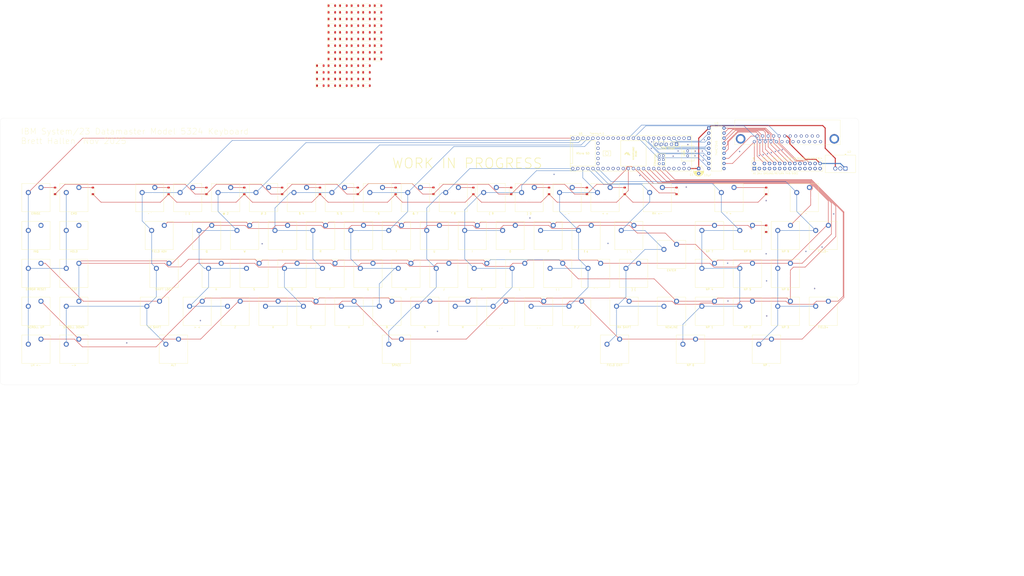
<source format=kicad_pcb>
(kicad_pcb (version 20241229) (generator "pcbnew") (generator_version "9.0")
  (title_block (title "IBM 5324 Datamaster Keyboard Replacement") (date "27/NOV/2025") (rev "WIP") (company "Brett Hallen") (comment 1 "www.youtube.com/@Brfff"))
  (layers (0 "F.Cu" signal) (2 "B.Cu" signal) (13 "F.Paste" user) (15 "B.Paste" user) (5 "F.SilkS" user "F.Silkscreen") (7 "B.SilkS" user "B.Silkscreen") (1 "F.Mask" user) (3 "B.Mask" user) (25 "Edge.Cuts" user))
  (net 0 "")
  (net 1 "Col_A")
  (net 2 "Row_1")
  (net 3 "Col_B")
  (net 4 "Col_C")
  (net 5 "Col_D")
  (net 6 "Col_E")
  (net 7 "Col_F")
  (net 8 "Col_G")
  (net 9 "Col_H")
  (net 10 "Row_2")
  (net 11 "Col_J")
  (net 12 "Col_I")
  (net 13 "Col_K")
  (net 14 "Row_3")
  (net 15 "Row_4")
  (net 16 "Row_5")
  (net 17 "Row_6")
  (net 18 "Row_7")
  (net 19 "Row_8")
  (net 20 "GND")
  (net 21 "PROGRAM RESET")
  (net 22 "SCAN CODE BIT 2")
  (net 23 "+12V")
  (net 26 "SCAN CODE BIT 5")
  (net 27 "SCAN CODE BIT 4")
  (net 28 "SCAN CODE BIT 3")
  (net 29 "SCAN CODE BIT 0")
  (net 30 "DATA STROBE")
  (net 31 "DELAY STROBE")
  (net 32 "SCAN CODE BIT 1")
  (net 33 "SCAN CODE BIT 6")
  (net 35 "+5V")
  (net 44 "SCAN CODE BIT 2_{BUFF}")
  (net 46 "SCAN CODE BIT 5_{BUFF}")
  (net 48 "SCAN CODE BIT 4_{BUFF}")
  (net 50 "SCAN CODE BIT 3_{BUFF}")
  (net 52 "SCAN CODE BIT 0_{BUFF}")
  (net 58 "DATA STROBE_{BUFF}")
  (net 59 "SCAN CODE BIT 1_{BUFF}")
  (net 60 "SCAN CODE BIT 6_{BUFF}")
  (net 66 "Net-(D1-A)")
  (net 77 "Net-(D2-A)")
  (net 78 "Net-(D3-A)")
  (net 79 "Net-(D4-A)")
  (net 80 "Net-(D5-A)")
  (net 81 "Net-(D6-A)")
  (net 82 "Net-(D7-A)")
  (net 83 "Net-(D8-A)")
  (net 84 "Net-(D9-A)")
  (net 85 "Net-(D10-A)")
  (net 86 "Net-(D11-A)")
  (net 87 "Net-(D12-A)")
  (net 88 "Net-(D13-A)")
  (net 89 "Net-(D14-A)")
  (net 90 "Net-(D15-A)")
  (net 91 "Net-(D16-A)")
  (net 92 "Net-(D17-A)")
  (net 93 "Net-(D18-A)")
  (net 94 "Net-(D19-A)")
  (net 95 "Net-(D20-A)")
  (net 96 "Net-(D21-A)")
  (net 97 "Net-(D22-A)")
  (net 98 "Net-(D23-A)")
  (net 99 "Net-(D24-A)")
  (net 100 "Net-(D25-A)")
  (net 101 "Net-(D26-A)")
  (net 102 "Net-(D27-A)")
  (net 103 "Net-(D28-A)")
  (net 104 "Net-(D29-A)")
  (net 105 "Net-(D30-A)")
  (net 106 "Net-(D31-A)")
  (net 107 "Net-(D32-A)")
  (net 108 "Net-(D33-A)")
  (net 109 "Net-(D34-A)")
  (net 110 "Net-(D35-A)")
  (net 111 "Net-(D36-A)")
  (net 112 "Net-(D37-A)")
  (net 113 "Net-(D38-A)")
  (net 114 "Net-(D39-A)")
  (net 115 "Net-(D40-A)")
  (net 116 "Net-(D41-A)")
  (net 117 "Net-(D42-A)")
  (net 118 "Net-(D43-A)")
  (net 119 "Net-(D44-A)")
  (net 120 "Net-(D45-A)")
  (net 121 "Net-(D46-A)")
  (net 122 "Net-(D47-A)")
  (net 123 "Net-(D48-A)")
  (net 124 "Net-(D49-A)")
  (net 125 "Net-(D50-A)")
  (net 126 "Net-(D51-A)")
  (net 127 "Net-(D52-A)")
  (net 128 "Net-(D53-A)")
  (net 129 "Net-(D54-A)")
  (net 130 "Net-(D55-A)")
  (net 131 "Net-(D56-A)")
  (net 132 "Net-(D57-A)")
  (net 133 "Net-(D58-A)")
  (net 134 "Net-(D59-A)")
  (net 135 "Net-(D60-A)")
  (net 136 "Net-(D61-A)")
  (net 137 "Net-(D62-A)")
  (net 138 "Net-(D63-A)")
  (net 139 "Net-(D64-A)")
  (net 140 "Net-(D65-A)")
  (net 141 "Net-(D66-A)")
  (net 142 "Net-(D67-A)")
  (net 143 "Net-(D68-A)")
  (net 144 "Net-(D69-A)")
  (net 145 "Net-(D70-A)")
  (net 146 "Net-(D71-A)")
  (net 147 "Net-(D72-A)")
  (net 148 "Net-(D73-A)")
  (net 149 "Net-(D74-A)")
  (net 150 "Net-(D75-A)")
  (net 151 "Net-(D76-A)")
  (net 152 "Net-(D77-A)")
  (net 153 "Net-(D78-A)")
  (net 154 "Net-(D79-A)")
  (net 155 "Net-(D80-A)")
  (net 156 "Net-(D81-A)")
  (net 157 "Net-(D82-A)")
  (net 158 "Net-(D83-A)")
  (footprint "PCM_Switch_Keyboard_Cherry_MX:SW_Cherry_MX_PCB" (layer "F.Cu") (at 358.47265 214.6302)
    (property "Reference" "SW37")
    (property "Value" "! ¢")
  )
  (footprint "PCM_Switch_Keyboard_Cherry_MX:SW_Cherry_MX_PCB" (layer "F.Cu") (at 82.24765 252.7302)
    (property "Reference" "SW62")
    (property "Value" "SCROLL UP")
  )
  (footprint "PCM_Switch_Keyboard_Cherry_MX:SW_Cherry_MX_PCB" (layer "F.Cu") (at 253.69765 195.5802)
    (property "Reference" "SW5")
    (property "Value" "^ 6")
  )
  (footprint "Diode_SMD:D_SOD-123" (layer "F.Cu") (at 236.618813 105.846367)
    (property "Reference" "D38" (hide yes))
    (property "Value" "1N4148" (hide yes))
  )
  (footprint "Diode_SMD:D_SOD-123" (layer "F.Cu") (at 254.003813 99.146367)
    (property "Reference" "D75" (hide yes))
    (property "Value" "1N4148" (hide yes))
  )
  (footprint "Diode_SMD:D_SOD-123" (layer "F.Cu") (at 242.413813 125.946367)
    (property "Reference" "D57" (hide yes))
    (property "Value" "1N4148" (hide yes))
  )
  (footprint "Diode_SMD:D_SOD-123" (layer "F.Cu") (at 248.208813 129.296367)
    (property "Reference" "D71" (hide yes))
    (property "Value" "1N4148" (hide yes))
  )
  (footprint "PCM_Switch_Keyboard_Cherry_MX:SW_Cherry_MX_PCB_2.00u_90deg" (layer "F.Cu") (at 401.34185 224.1558)
    (property "Reference" "SW38")
    (property "Value" "ENTER")
  )
  (footprint "PCM_Switch_Keyboard_Cherry_MX:SW_Cherry_MX_PCB" (layer "F.Cu") (at 172.73515 233.6802)
    (property "Reference" "SW43")
    (property "Value" "A")
  )
  (footprint "PCM_Switch_Keyboard_Cherry_MX:SW_Cherry_MX_PCB_1.75u" (layer "F.Cu") (at 430.16765 195.5802)
    (property "Reference" "SW9")
    (property "Value" "* +")
  )
  (footprint "Diode_SMD:D_SOD-123" (layer "F.Cu") (at 242.413813 102.496367)
    (property "Reference" "D50" (hide yes))
    (property "Value" "1N4148" (hide yes))
  )
  (footprint "Converter_DCDC:Converter_DCDC_TRACO_TSR2-24xxN_TSR2-24xxxN_THT" (layer "F.Cu") (at 488.64765 180.961875 -90)
    (property "Reference" "U2")
    (property "Value" "TSR 2-2450")
  )
  (footprint "Diode_SMD:D_SOD-123" (layer "F.Cu") (at 230.823813 99.146367)
    (property "Reference" "D23" (hide yes))
    (property "Value" "1N4148" (hide yes))
  )
  (footprint "Package_DIP:DIP-18_W7.62mm" (layer "F.Cu") (at 420.06765 160.641875)
    (property "Reference" "U3")
    (property "Value" "74HCT245")
  )
  (footprint "PCM_Switch_Keyboard_Cherry_MX:SW_Cherry_MX_PCB" (layer "F.Cu") (at 196.54765 195.5802)
    (property "Reference" "SW12")
    (property "Value" "# 3")
  )
  (footprint "Diode_SMD:D_SOD-123" (layer "F.Cu") (at 262.858813 192.196367 90)
    (property "Reference" "D5" (hide yes))
    (property "Value" "1N4148" (hide yes))
  )
  (footprint "PCM_Switch_Keyboard_Cherry_MX:SW_Cherry_MX_PCB_1.75u" (layer "F.Cu") (at 146.54275 233.681)
    (property "Reference" "SW31")
    (property "Value" "SHIFT LOCK")
  )
  (footprint "Diode_SMD:D_SOD-123" (layer "F.Cu") (at 242.413813 99.146367)
    (property "Reference" "D49" (hide yes))
    (property "Value" "1N4148" (hide yes))
  )
  (footprint "Diode_SMD:D_SOD-123" (layer "F.Cu") (at 225.028813 135.996367)
    (property "Reference" "D21" (hide yes))
    (property "Value" "1N4148" (hide yes))
  )
  (footprint "PCM_Switch_Keyboard_Cherry_MX:SW_Cherry_MX_PCB" (layer "F.Cu") (at 310.84765 195.5802)
    (property "Reference" "SW15")
    (property "Value" "( 9")
  )
  (footprint "Diode_SMD:D_SOD-123" (layer "F.Cu") (at 248.208813 99.146367)
    (property "Reference" "D62" (hide yes))
    (property "Value" "1N4148" (hide yes))
  )
  (footprint "PCM_Switch_Keyboard_Cherry_MX:SW_Cherry_MX_PCB" (layer "F.Cu") (at 101.29765 233.6802)
    (property "Reference" "SW52")
    (property "Value" "TEST")
  )
  (footprint "PCM_Switch_Keyboard_Cherry_MX:SW_Cherry_MX_PCB" (layer "F.Cu") (at 377.52265 252.7302)
    (property "Reference" "SW70")
    (property "Value" "RH SHIFT")
  )
  (footprint "PCM_Switch_Keyboard_Cherry_MX:SW_Cherry_MX_PCB" (layer "F.Cu") (at 401.33515 252.7302)
    (property "Reference" "SW59")
    (property "Value" "NEWLINE")
  )
  (footprint "PCM_Switch_Keyboard_Cherry_MX:SW_Cherry_MX_PCB" (layer "F.Cu") (at 477.53515 214.6302)
    (property "Reference" "SW40")
    (property "Value" "FIELD-")
  )
  (footprint "PCM_Switch_Keyboard_Cherry_MX:SW_Cherry_MX_PCB" (layer "F.Cu") (at 339.42265 214.6302)
    (property "Reference" "SW26")
    (property "Value" "P")
  )
  (footprint "Diode_SMD:D_SOD-123" (layer "F.Cu") (at 254.003813 119.246367)
    (property "Reference" "D81" (hide yes))
    (property "Value" "1N4148" (hide yes))
  )
  (footprint "Diode_SMD:D_SOD-123" (layer "F.Cu") (at 254.003813 122.596367)
    (property "Reference" "D82" (hide yes))
    (property "Value" "1N4148" (hide yes))
  )
  (footprint "Diode_SMD:D_SOD-123" (layer "F.Cu") (at 186.858813 192.196367 90)
    (property "Reference" "D3" (hide yes))
    (property "Value" "1N4148" (hide yes))
  )
  (footprint "PCM_Switch_Keyboard_Cherry_MX:SW_Cherry_MX_PCB" (layer "F.Cu") (at 348.94765 195.5802)
    (property "Reference" "SW16")
    (property "Value" "_ -")
  )
  (footprint "PCM_Switch_Keyboard_Cherry_MX:SW_Cherry_MX_PCB_2.00u" (layer "F.Cu") (at 372.76625 271.7818)
    (property "Reference" "SW81")
    (property "Value" "FIELD EXIT")
  )
  (footprint "PCM_Switch_Keyboard_Cherry_MX:SW_Cherry_MX_PCB" (layer "F.Cu") (at 244.17265 214.6302)
    (property "Reference" "SW34")
    (property "Value" "T")
  )
  (footprint "Diode_SMD:D_SOD-123" (layer "F.Cu") (at 236.618813 109.196367)
    (property "Reference" "D39" (hide yes))
    (property "Value" "1N4148" (hide yes))
  )
  (footprint "PCM_Switch_Keyboard_Cherry_MX:SW_Cherry_MX_PCB" (layer "F.Cu") (at 287.03515 233.6802)
    (property "Reference" "SW46")
    (property "Value" "J")
  )
  (footprint "Diode_SMD:D_SOD-123" (layer "F.Cu") (at 236.618813 139.346367)
    (property "Reference" "D48" (hide yes))
    (property "Value" "1N4148" (hide yes))
  )
  (footprint "PCM_Switch_Keyboard_Cherry_MX:SW_Cherry_MX_PCB" (layer "F.Cu") (at 420.38515 233.6802)
    (property "Reference" "SW39")
    (property "Value" "NP 4")
  )
  (footprint "PCM_Switch_Keyboard_Cherry_MX:SW_Cherry_MX_PCB" (layer "F.Cu") (at 267.98515 233.6802)
    (property "Reference" "SW56")
    (property "Value" "H")
  )
  (footprint "PCM_Switch_Keyboard_Cherry_MX:SW_Cherry_MX_PCB" (layer "F.Cu") (at 182.26015 252.7302)
    (property "Reference" "SW75")
    (property "Value" "Z")
  )
  (footprint "PCM_Switch_Keyboard_Cherry_MX:SW_Cherry_MX_PCB" (layer "F.Cu") (at 420.38515 252.7302)
    (property "Reference" "SW60")
    (property "Value" "NP 1")
  )
  (footprint "PCM_Switch_Keyboard_Cherry_MX:SW_Cherry_MX_PCB" (layer "F.Cu") (at 215.59765 195.5802)
    (property "Reference" "SW4")
    (property "Value" "$ 4")
  )
  (footprint "PCM_Switch_Keyboard_Cherry_MX:SW_Cherry_MX_PCB" (layer "F.Cu") (at 177.49765 195.5802)
    (property "Reference" "SW3")
    (property "Value" "@ 2")
  )
  (footprint "Diode_SMD:D_SOD-123" (layer "F.Cu") (at 230.823813 139.346367)
    (property "Reference" "D35" (hide yes))
    (property "Value" "1N4148" (hide yes))
  )
  (footprint "PCM_Switch_Keyboard_Cherry_MX:SW_Cherry_MX_PCB_1.00u" (layer "F.Cu") (at 163.21185 252.7314)
    (property "Reference" "SW64")
    (property "Value" "> <")
  )
  (footprint "PCM_Switch_Keyboard_Cherry_MX:SW_Cherry_MX_PCB" (layer "F.Cu") (at 439.43515 214.6302)
    (property "Reference" "SW18")
    (property "Value" "NP 8")
  )
  (footprint "PCM_Switch_Keyboard_Cherry_MX:SW_Cherry_MX_PCB_2.25u" (layer "F.Cu") (at 151.30535 271.7818)
    (property "Reference" "SW74")
    (property "Value" "ALT")
  )
  (footprint "Diode_SMD:D_SOD-123" (layer "F.Cu") (at 230.823813 102.496367)
    (property "Reference" "D24" (hide yes))
    (property "Value" "1N4148" (hide yes))
  )
  (footprint "Diode_SMD:D_SOD-123" (layer "F.Cu") (at 248.208813 135.996367)
    (property "Reference" "D73" (hide yes))
    (property "Value" "1N4148" (hide yes))
  )
  (footprint "Diode_SMD:D_SOD-123" (layer "F.Cu") (at 242.413813 122.596367)
    (property "Reference" "D56" (hide yes))
    (property "Value" "1N4148" (hide yes))
  )
  (footprint "Diode_SMD:D_SOD-123" (layer "F.Cu") (at 254.003813 105.846367)
    (property "Reference" "D77" (hide yes))
    (property "Value" "1N4148" (hide yes))
  )
  (footprint "PCM_Switch_Keyboard_Cherry_MX:SW_Cherry_MX_PCB" (layer "F.Cu") (at 225.12265 214.6302)
    (property "Reference" "SW23")
    (property "Value" "R")
  )
  (footprint "PCM_Switch_Keyboard_Cherry_MX:SW_Cherry_MX_PCB" (layer "F.Cu") (at 248.93515 233.6802)
    (property "Reference" "SW45")
    (property "Value" "G")
  )
  (footprint "PCM_Switch_Keyboard_Cherry_MX:SW_Cherry_MX_PCB" (layer "F.Cu") (at 263.22265 214.6302)
    (property "Reference" "SW24")
    (property "Value" "Y")
  )
  (footprint "Diode_SMD:D_SOD-123" (layer "F.Cu") (at 225.028813 132.646367)
    (property "Reference" "D20" (hide yes))
    (property "Value" "1N4148" (hide yes))
  )
  (footprint "PCM_Switch_Keyboard_Cherry_MX:SW_Cherry_MX_PCB_1.50u" (layer "F.Cu") (at 144.16145 214.6306)
    (property "Reference" "SW21")
    (property "Value" "FIELD ADV")
  )
  (footprint "PCM_Switch_Keyboard_Cherry_MX:SW_Cherry_MX_PCB" (layer "F.Cu") (at 101.29765 252.7302)
    (property "Reference" "SW53")
    (property "Value" "SCROLL DOWN")
  )
  (footprint "Diode_SMD:D_SOD-123" (layer "F.Cu") (at 339.858813 192.196367 90)
    (property "Reference" "D7" (hide yes))
    (property "Value" "1N4148" (hide yes))
  )
  (footprint "Diode_SMD:D_SOD-123" (layer "F.Cu") (at 254.003813 109.196367)
    (property "Reference" "D78" (hide yes))
    (property "Value" "1N4148" (hide yes))
  )
  (footprint "PCM_Switch_Keyboard_Cherry_MX:SW_Cherry_MX_PCB" (layer "F.Cu") (at 458.48515 252.7302)
    (property "Reference" "SW61")
    (property "Value" "NP 3")
  )
  (footprint "Diode_SMD:D_SOD-123" (layer "F.Cu") (at 148.858813 192.196367 90)
    (property "Reference" "D2" (hide yes))
    (property "Value" "1N4148" (hide yes))
  )
  (footprint "PCM_Switch_Keyboard_Cherry_MX:SW_Cherry_MX_PCB" (layer "F.Cu") (at 82.24765 271.7802)
    (property "Reference" "SW73")
    (property "Value" "LH <-")
  )
  (footprint "Diode_SMD:D_SOD-123" (layer "F.Cu") (at 225.028813 139.346367)
    (property "Reference" "D22" (hide yes))
    (property "Value" "1N4148" (hide yes))
  )
  (footprint "Diode_SMD:D_SOD-123" (layer "F.Cu") (at 248.208813 105.846367)
    (property "Reference" "D64" (hide yes))
    (property "Value" "1N4148" (hide yes))
  )
  (footprint "Diode_SMD:D_SOD-123" (layer "F.Cu") (at 242.413813 132.646367)
    (property "Reference" "D59" (hide yes))
    (property "Value" "1N4148" (hide yes))
  )
  (footprint "PCM_Switch_Keyboard_Cherry_MX:SW_Cherry_MX_PCB" (layer "F.Cu") (at 82.24765 233.6802)
    (property "Reference" "SW41")
    (property "Value" "ERROR RESET")
  )
  (footprint "PCM_Switch_Keyboard_Cherry_MX:SW_Cherry_MX_PCB" (layer "F.Cu") (at 363.23515 233.6802)
    (property "Reference" "SW48")
    (property "Value" "\" '")
  )
  (footprint "Diode_SMD:D_SOD-123" (layer "F.Cu") (at 236.618813 125.946367)
    (property "Reference" "D44" (hide yes))
    (property "Value" "1N4148" (hide yes))
  )
  (footprint "Diode_SMD:D_SOD-123" (layer "F.Cu") (at 236.618813 102.496367)
    (property "Reference" "D37" (hide yes))
    (property "Value" "1N4148" (hide yes))
  )
  (footprint "PCM_Switch_Keyboard_Cherry_MX:SW_Cherry_MX_PCB" (layer "F.Cu") (at 353.71015 252.7302)
    (property "Reference" "SW80")
    (property "Value" "? /")
  )
  (footprint "PCM_Switch_Keyboard_Cherry_MX:SW_Cherry_MX_PCB" (layer "F.Cu") (at 82.24765 195.5802)
    (property "Reference" "SW10")
    (property "Value" "ERASE")
  )
  (footprint "Diode_SMD:D_SOD-123" (layer "F.Cu") (at 230.823813 115.896367)
    (property "Reference" "D28" (hide yes))
    (property "Value" "1N4148" (hide yes))
  )
  (footprint "Diode_SMD:D_SOD-123" (layer "F.Cu") (at 448.858813 192.196367 90)
    (property "Reference" "D9" (hide yes))
    (property "Value" "1N4148" (hide yes))
  )
  (footprint "PCM_Switch_Keyboard_Cherry_MX:SW_Cherry_MX_PCB" (layer "F.Cu") (at 458.48515 214.6302)
    (property "Reference" "SW29")
    (property "Value" "NP 9")
  )
  (footprint "Diode_SMD:D_SOD-123" (layer "F.Cu") (at 236.618813 112.546367)
    (property "Reference" "D40" (hide yes))
    (property "Value" "1N4148" (hide yes))
  )
  (footprint "PCM_Switch_Keyboard_Cherry_MX:SW_Cherry_MX_PCB" (layer "F.Cu") (at 101.29765 271.7802)
    (property "Reference" "SW63")
    (property "Value" "->")
  )
  (footprint "PCM_Switch_Keyboard_Cherry_MX:SW_Cherry_MX_PCB" (layer "F.Cu") (at 334.66015 252.7302)
    (property "Reference" "SW69")
    (property "Value" ". .")
  )
  (footprint "PCM_Switch_Keyboard_Cherry_MX:SW_Cherry_MX_PCB" (layer "F.Cu") (at 367.99765 195.5802)
    (property "Reference" "SW8")
    (property "Value" "+ =")
  )
  (footprint "MountingHole:MountingHole_3.2mm_M3" (layer "F.Cu") (at 68.24765 285.5802)
    (property "Reference" "H2")
    (property "Value" "MountingHole" (hide yes))
  )
  (footprint "PCM_Switch_Keyboard_Cherry_MX:SW_Cherry_MX_PCB" (layer "F.Cu") (at 306.08515 233.6802)
    (property "Reference" "SW57")
    (property "Value" "K")
  )
  (footprint "Diode_SMD:D_SOD-123" (layer "F.Cu") (at 403.858813 192.196367 90)
    (property "Reference" "D17" (hide yes))
    (property "Value" "1N4148" (hide yes))
  )
  (footprint "Diode_SMD:D_SOD-123" (layer "F.Cu") (at 254.003813 112.546367)
    (property "Reference" "D79" (hide yes))
    (property "Value" "1N4148" (hide yes))
  )
  (footprint "Capacitor_THT:CP_Radial_D5.0mm_P2.50mm" (layer "F.Cu") (at 414.98765 180.961875 -90)
    (property "Reference" "C1")
    (property "Value" "10µF")
  )
  (footprint "PCM_Switch_Keyboard_Cherry_MX:SW_Cherry_MX_PCB" (layer "F.Cu") (at 315.61015 252.7302)
    (property "Reference" "SW79")
    (property "Value" ", ,")
  )
  (footprint "PCM_Switch_Keyboard_Cherry_MX:SW_Cherry_MX_PCB_3.00u_90deg" (layer "F.Cu") (at 477.54345 252.7314)
    (property "Reference" "SW72")
    (property "Value" "FIELD+")
  )
  (footprint "PCM_Switch_Keyboard_Cherry_MX:SW_Cherry_MX_PCB" (layer "F.Cu") (at 239.41015 252.7302)
    (property "Reference" "SW77")
    (property "Value" "V")
  )
  (footprint "PCM_Switch_Keyboard_Cherry_MX:SW_Cherry_MX_PCB" (layer "F.Cu") (at 296.56015 252.7302)
    (property "Reference" "SW68")
    (property "Value" "M")
  )
  (footprint "Diode_SMD:D_SOD-123" (layer "F.Cu") (at 224.858813 192.196367 90)
    (property "Reference" "D4" (hide yes))
    (property "Value" "1N4148" (hide yes))
  )
  (footprint "PCM_Switch_Keyboard_Cherry_MX:SW_Cherry_MX_PCB" (layer "F.Cu") (at 379.91015 214.6306)
    (property "Reference" "SW27")
    (property "Value" "| \\")
  )
  (footprint "PCM_Switch_Keyboard_Cherry_MX:SW_Cherry_MX_PCB" (layer "F.Cu") (at 439.43515 252.7302)
    (property "Reference" "SW71")
    (property "Value" "NP 2")
  )
  (footprint "PCM_Switch_Keyboard_Cherry_MX:SW_Cherry_MX_PCB_2.00u" (layer "F.Cu") (at 410.86705 271.7818)
    (property "Reference" "SW82")
    (property "Value" "NP 0")
  )
  (footprint "PCM_Switch_Keyboard_Cherry_MX:SW_Cherry_MX_PCB" (layer "F.Cu") (at 82.24765 214.6302)
    (property "Reference" "SW30")
    (property "Value" "INQ")
  )
  (footprint "Diode_SMD:D_SOD-123" (layer "F.Cu") (at 242.413813 135.996367)
    (property "Reference" "D60" (hide yes))
    (property "Value" "1N4148" (hide yes))
  )
  (footprint "Diode_SMD:D_SOD-123" (layer "F.Cu") (at 230.823813 109.196367)
    (property "Reference" "D26" (hide yes))
    (property "Value" "1N4148" (hide yes))
  )
  (footprint "Diode_SMD:D_SOD-123" (layer "F.Cu") (at 91.858813 192.196367 90)
    (property "Reference" "D10" (hide yes))
    (property "Value" "1N4148" (hide yes))
  )
  (footprint "Diode_SMD:D_SOD-123" (layer "F.Cu") (at 248.208813 125.946367)
    (property "Reference" "D70" (hide yes))
    (property "Value" "1N4148" (hide yes))
  )
  (footprint "PCM_Switch_Keyboard_Cherry_MX:SW_Cherry_MX_PCB" (layer "F.Cu") (at 277.51015 252.7302)
    (property "Reference" "SW67")
    (property "Value" "N")
  )
  (footprint "Connector_PinHeader_2.54mm:PinHeader_2x14_P2.54mm_Vertical" (layer "F.Cu") (at 442.92765 180.9802 90)
    (property "Reference" "J2" (hide yes))
    (property "Value" "To DB25" (hide yes))
  )
  (footprint "Diode_SMD:D_SOD-123" (layer "F.Cu") (at 242.413813 105.846367)
    (property "Reference" "D51" (hide yes))
    (property "Value" "1N4148" (hide yes))
  )
  (footprint "PCM_Switch_Keyboard_Cherry_MX:SW_Cherry_MX_PCB" (layer "F.Cu") (at 206.07265 214.6302)
    (property "Reference" "SW33")
    (property "Value" "E")
  )
  (footprint "MountingHole:MountingHole_3.2mm_M3" (layer "F.Cu") (at 209.24765 159.5802)
    (property "Reference" "H3")
    (property "Value" "MountingHole" (hide yes))
  )
  (footprint "Diode_SMD:D_SOD-123" (layer "F.Cu") (at 254.003813 125.946367)
    (property "Reference" "D83" (hide yes))
    (property "Value" "1N4148" (hide yes))
  )
  (footprint "Diode_SMD:D_SOD-123" (layer "F.Cu") (at 225.028813 129.296367)
    (property "Reference" "D19" (hide yes))
    (property "Value" "1N4148" (hide yes))
  )
  (footprint "Diode_SMD:D_SOD-123" (layer "F.Cu") (at 230.823813 129.296367)
    (property "Reference" "D32" (hide yes))
    (property "Value" "1N4148" (hide yes))
  )
  (footprint "Diode_SMD:D_SOD-123" (layer "F.Cu") (at 242.413813 112.546367)
    (property "Reference" "D53" (hide yes))
    (property "Value" "1N4148" (hide yes))
  )
  (footprint "PCM_Switch_Keyboard_Cherry_MX:SW_Cherry_MX_PCB" (layer "F.Cu") (at 263.22645 271.7818)
    (property "Reference" "SW78")
    (property "Value" "SPACE")
  )
  (footprint "Diode_SMD:D_SOD-123" (layer "F.Cu") (at 236.618813 115.896367)
    (property "Reference" "D41" (hide yes))
    (property "Value" "1N4148" (hide yes))
  )
  (footprint "PCM_Switch_Keyboard_Cherry_MX:SW_Cherry_MX_PCB" (layer "F.Cu") (at 301.32265 214.6302)
    (property "Reference" "SW25")
    (property "Value" "I")
  )
  (footprint "Diode_SMD:D_SOD-123" (layer "F.Cu") (at 110.858813 192.196367 90)
    (property "Reference" "D1" (hide yes))
    (property "Value" "1N4148" (hide yes))
  )
  (footprint "Diode_SMD:D_SOD-123" (layer "F.Cu") (at 242.413813 115.896367)
    (property "Reference" "D54" (hide yes))
    (property "Value" "1N4148" (hide yes))
  )
  (footprint "PCM_Switch_Keyboard_Cherry_MX:SW_Cherry_MX_PCB" (layer "F.Cu") (at 344.18515 233.6802)
    (property "Reference" "SW58")
    (property "Value" ": ;")
  )
  (footprint "PCM_Switch_Keyboard_Cherry_MX:SW_Cherry_MX_PCB" (layer "F.Cu") (at 187.02265 214.6302)
    (property "Reference" "SW22")
    (property "Value" "W")
  )
  (footprint "PCM_Switch_Keyboard_Cherry_MX:SW_Cherry_MX_PCB" (layer "F.Cu") (at 139.39765 195.5802)
    (property "Reference" "SW2")
    (property "Value" "~ `")
  )
  (footprint "MountingHole:MountingHole_3.2mm_M3" (layer "F.Cu") (at 209.24765 285.5802)
    (property "Reference" "H4")
    (property "Value" "MountingHole" (hide yes))
  )
  (footprint "Diode_SMD:D_SOD-123" (layer "F.Cu") (at 230.823813 112.546367)
    (property "Reference" "D27" (hide yes))
    (property "Value" "1N4148" (hide yes))
  )
  (footprint "Diode_SMD:D_SOD-123" (layer "F.Cu") (at 230.823813 122.596367)
    (property "Reference" "D30" (hide yes))
    (property "Value" "1N4148" (hide yes))
  )
  (footprint "PCM_Switch_Keyboard_Cherry_MX:SW_Cherry_MX_PCB" (layer "F.Cu") (at 258.46015 252.7302)
    (property "Reference" "SW66")
    (property "Value" "B")
  )
  (footprint "PCM_Switch_Keyboard_Cherry_MX:SW_Cherry_MX_PCB" (layer "F.Cu") (at 158.44765 195.5802)
    (property "Reference" "SW11")
    (property "Value" "| 1")
  )
  (footprint "Diode_SMD:D_SOD-123" (layer "F.Cu") (at 248.208813 102.496367)
    (property "Reference" "D63" (hide yes))
    (property "Value" "1N4148" (hide yes))
  )
  (footprint "PCM_Switch_Keyboard_Cherry_MX:SW_Cherry_MX_PCB" (layer "F.Cu") (at 420.38515 214.6302)
    (property "Reference" "SW28")
    (property "Value" "NP 7")
  )
  (footprint "Diode_SMD:D_SOD-123" (layer "F.Cu") (at 236.618813 129.296367)
    (property "Reference" "D45" (hide yes))
    (property "Value" "1N4148" (hide yes))
  )
  (footprint "Diode_SMD:D_SOD-123" (layer "F.Cu") (at 242.413813 139.346367)
    (property "Reference" "D61" (hide yes))
    (property "Value" "1N4148" (hide yes))
  )
  (footprint "PCM_Switch_Keyboard_Cherry_MX:SW_Cherry_MX_PCB_2.00u" (layer "F.Cu") (at 448.96785 271.7818)
    (property "Reference" "SW83")
    (property "Value" "NP .")
  )
  (footprint "Diode_SMD:D_SOD-123" (layer "F.Cu") (at 236.618813 132.646367)
    (property "Reference" "D46" (hide yes))
    (property "Value" "1N4148" (hide yes))
  )
  (footprint "Clueless_Engineer:L77SDB25SA4CH4F" (layer "F.Cu") (at 442.92765 167.4802 180)
    (property "Reference" "J1")
    (property "Value" "To 5324" (hide yes))
  )
  (footprint "Diode_SMD:D_SOD-123" (layer "F.Cu") (at 248.208813 132.646367)
    (property "Reference" "D72" (hide yes))
    (property "Value" "1N4148" (hide yes))
  )
  (footprint "PCM_Mounting_Keyboard_Stabilizer:Stabilizer_Cherry_MX_8.00u" (layer "F.Cu") (at 263.22645 271.7818)
    (property "Reference" "KB1")
    (property "Value" "SPACE" (hide yes))
  )
  (footprint "PCM_Switch_Keyboard_Cherry_MX:SW_Cherry_MX_PCB" (layer "F.Cu") (at 325.13515 233.6802)
    (property "Reference" "SW47")
    (property "Value" "L")
  )
  (footprint "PCM_Switch_Keyboard_Cherry_MX:SW_Cherry_MX_PCB" (layer "F.Cu") (at 101.29765 214.6302)
    (property "Reference" "SW20")
    (property "Value" "HOLD")
  )
  (footprint "Diode_SMD:D_SOD-123" (layer "F.Cu") (at 281.812646 192.1502 90)
    (property "Reference" "D14" (hide yes))
    (property "Value" "1N4148" (hide yes))
  )
  (footprint "MountingHole:MountingHole_3.2mm_M3" (layer "F.Cu") (at 491.24765 159.5802)
    (property "Reference" "H7")
    (property "Value" "MountingHole" (hide yes))
  )
  (footprint "MountingHole:MountingHole_3.2mm_M3" (layer "F.Cu") (at 350.24765 159.5802)
    (property "Reference" "H5")
    (property "Value" "MountingHole" (hide yes))
  )
  (footprint "PCM_Switch_Keyboard_Cherry_MX:SW_Cherry_MX_PCB" (layer "F.Cu") (at 201.31015 252.7302)
    (property "Reference" "SW76")
    (property "Value" "X")
  )
  (footprint "PCM_Switch_Keyboard_Cherry_MX:SW_Cherry_MX_PCB" (layer "F.Cu") (at 382.28515 233.6802)
    (property "Reference" "SW49")
    (property "Value" "} {")
  )
  (footprint "Diode_SMD:D_SOD-123" (layer "F.Cu") (at 230.823813 105.846367)
    (property "Reference" "D25" (hide yes))
    (property "Value" "1N4148" (hide yes))
  )
  (footprint "PCM_Switch_Keyboard_Cherry_MX:SW_Cherry_MX_PCB" (layer "F.Cu") (at 210.83515 233.6802)
    (property "Reference" "SW44")
    (property "Value" "D")
  )
  (footprint "PCM_Switch_Keyboard_Cherry_MX:SW_Cherry_MX_PCB" (layer "F.Cu") (at 167.97265 214.6302)
    (property "Reference" "SW32")
    (property "Value" "Q")
  )
  (footprint "PCM_Switch_Keyboard_Cherry_MX:SW_Cherry_MX_PCB" (layer "F.Cu") (at 394.19795 195.5802)
    (property "Reference" "SW17")
    (property "Value" "RH <-")
  )
  (footprint "Diode_SMD:D_SOD-123" (layer "F.Cu") (at 242.413813 109.196367)
    (property "Reference" "D52" (hide yes))
    (property "Value" "1N4148" (hide yes))
  )
  (footprint "PCM_Mounting_Keyboard_Stabilizer:Stabilizer_Cherry_MX_3.00u" (layer "F.Cu") (at 477.54345 252.7314 90)
    (property "Reference" "KB2")
    (property "Value" "FIELD+" (hide yes))
  )
  (footprint "PCM_Switch_Keyboard_Cherry_MX:SW_Cherry_MX_PCB" (layer "F.Cu") (at 234.64765 195.5802)
    (property "Reference" "SW13")
    (property "Value" "% 5")
  )
  (footprint "PCM_Switch_Keyboard_Cherry_MX:SW_Cherry_MX_PCB" (layer "F.Cu") (at 458.48515 233.6802)
    (property "Reference" "SW51")
    (property "Value" "NP 6")
  )
  (footprint "Diode_SMD:D_SOD-123" (layer "F.Cu") (at 242.413813 129.296367)
    (property "Reference" "D58" (hide yes))
    (property "Value" "1N4148" (hide yes))
  )
  (footprint "Diode_SMD:D_SOD-123" (layer "F.Cu") (at 230.823813 135.996367)
    (property "Reference" "D34" (hide yes))
    (property "Value" "1N4148" (hide yes))
  )
  (footprint "MountingHole:MountingHole_3.2mm_M3" (layer "F.Cu") (at 350.24765 285.5802)
    (property "Reference" "H6")
    (property "Value" "MountingHole" (hide yes))
  )
  (footprint "Diode_SMD:D_SOD-123" (layer "F.Cu") (at 248.208813 112.546367)
    (property "Reference" "D66" (hide yes))
    (property "Value" "1N4148" (hide yes))
  )
  (footprint "PCM_Switch_Keyboard_Cherry_MX:SW_Cherry_MX_PCB" (layer "F.Cu") (at 272.74765 195.5802)
    (property "Reference" "SW14")
    (property "Value" "& 7")
  )
  (footprint "Diode_SMD:D_SOD-123" (layer "F.Cu") (at 236.618813 119.246367)
    (property "Reference" "D42" (hide yes))
    (property "Value" "1N4148" (hide yes))
  )
  (footprint "PCM_Switch_Keyboard_Cherry_MX:SW_Cherry_MX_PCB" (layer "F.Cu") (at 320.37265 214.6302)
    (property "Reference" "SW36")
    (property "Value" "O")
  )
  (footprint "Diode_SMD:D_SOD-123" (layer "F.Cu") (at 248.208813 122.596367)
    (property "Reference" "D69" (hide yes))
    (property "Value" "1N4148" (hide yes))
  )
  (footprint "Diode_SMD:D_SOD-123" (layer "F.Cu") (at 243.858813 192.196367 90)
    (property "Reference" "D13" (hide yes))
    (property "Value" "1N4148" (hide yes))
  )
  (footprint "PCM_Switch_Keyboard_Cherry_MX:SW_Cherry_MX_PCB_1.75u" (layer "F.Cu") (at 468.01825 195.5802)
    (property "Reference" "SW19")
    (property "Value" "/ -")
  )
  (footprint "PCM_Switch_Keyboard_Cherry_MX:SW_Cherry_MX_PCB_1.25u" (layer "F.Cu") (at 141.78015 252.7314)
    (property "Reference" "SW42")
    (property "Value" "LH SHIFT")
  )
  (footprint "Diode_SMD:D_SOD-123" (layer "F.Cu") (at 448.858813 211.196367 90)
    (property "Reference" "D18" (hide yes))
    (property "Value" "1N4148" (hide yes))
  )
  (footprint "PCM_Switch_Keyboard_Cherry_MX:SW_Cherry_MX_PCB" (layer "F.Cu") (at 329.89765 195.5802)
    (property "Reference" "SW7")
    (property "Value" ") 0")
  )
  (footprint "Diode_SMD:D_SOD-123" (layer "F.Cu") (at 358.858813 192.196367 90)
    (property "Reference" "D16" (hide yes))
    (property "Value" "1N4148" (hide yes))
  )
  (footprint "Diode_SMD:D_SOD-123" (layer "F.Cu") (at 230.823813 119.246367)
    (property "Reference" "D29" (hide yes))
    (property "Value" "1N4148" (hide yes))
  )
  (footprint "PCM_Switch_Keyboard_Cherry_MX:SW_Cherry_MX_PCB" (layer "F.Cu") (at 439.43515 233.6802)
    (property "Reference" "SW50")
    (property "Value" "NP 5")
  )
  (footprint "Diode_SMD:D_SOD-123" (layer "F.Cu") (at 248.208813 119.246367)
    (property "Reference" "D68" (hide yes))
    (property "Value" "1N4148" (hide yes))
  )
  (footprint "Diode_SMD:D_SOD-123" (layer "F.Cu") (at 230.823813 125.946367)
    (property "Reference" "D31" (hide yes))
    (property "Value" "1N4148" (hide yes))
  )
  (footprint "Diode_SMD:D_SOD-123" (layer "F.Cu") (at 167.858813 192.196367 90)
    (property "Reference" "D11" (hide yes))
    (property "Value" "1N4148" (hide yes))
  )
  (footprint "PCM_Switch_Keyboard_Cherry_MX:SW_Cherry_MX_PCB" (layer "F.Cu") (at 282.27265 214.6302)
    (property "Reference" "SW35")
    (property "Value" "U")
  )
  (footprint "Diode_SMD:D_SOD-123" (layer "F.Cu") (at 242.413813 119.246367)
    (property "Reference" "D55" (hide yes))
    (property "Value" "1N4148" (hide yes))
  )
  (footprint "MountingHole:MountingHole_3.2mm_M3" (layer "F.Cu") (at 491.24765 285.5802)
    (property "Reference" "H8")
    (property "Value" "MountingHole" (hide yes))
  )
  (footprint "Diode_SMD:D_SOD-123" (layer "F.Cu") (at 236.618813 122.596367)
    (property "Reference" "D43" (hide yes))
    (property "Value" "1N4148" (hide yes))
  )
  (footprint "PCM_Switch_Keyboard_Cherry_MX:SW_Cherry_MX_PCB" (layer "F.Cu") (at 229.88515 233.6802)
    (property "Reference" "SW55")
    (property "Value" "F")
  )
  (footprint "Diode_SMD:D_SOD-123" (layer "F.Cu") (at 254.003813 115.896367)
    (property "Reference" "D80" (hide yes))
    (property "Value" "1N4148" (hide yes))
  )
  (footprint "Diode_SMD:D_SOD-123" (layer "F.Cu") (at 236.618813 135.996367)
    (property "Reference" "D47" (hide yes))
    (property "Value" "1N4148" (hide yes))
  )
  (footprint "Diode_SMD:D_SOD-123" (layer "F.Cu") (at 254.003813 102.496367)
    (property "Reference" "D76" (hide yes))
    (property "Value" "1N4148" (hide yes))
  )
  (footprint "Diode_SMD:D_SOD-123" (layer "F.Cu") (at 230.823813 132.646367)
    (property "Reference" "D33" (hide yes))
    (property "Value" "1N4148" (hide yes))
  )
  (footprint "PCM_Switch_Keyboard_Cherry_MX:SW_Cherry_MX_PCB" (layer "F.Cu") (at 191.78515 233.6802)
    (property "Reference" "SW54")
    (property "Value" "S")
  )
  (footprint "Diode_SMD:D_SOD-123" (layer "F.Cu") (at 236.618813 99.146367)
    (property "Reference" "D36" (hide yes))
    (property "Value" "1N4148" (hide yes))
  )
  (footprint "PCM_Switch_Keyboard_Cherry_MX:SW_Cherry_MX_PCB" (layer "F.Cu") (at 291.79765 195.5802)
    (property "Reference" "SW6")
    (property "Value" "* 8")
  )
  (footprint "MountingHole:MountingHole_3.2mm_M3" (layer "F.Cu") (at 68.24765 159.5802)
    (property "Reference" "H1")
    (property "Value" "MountingHole" (hide yes))
  )
  (footprint "Diode_SMD:D_SOD-123" (layer "F.Cu") (at 205.858813 192.196367 90)
    (property "Reference" "D12" (hide yes))
    (property "Value" "1N4148" (hide yes))
  )
  (footprint "Diode_SMD:D_SOD-123" (layer "F.Cu") (at 320.858813 192.196367 90)
    (property "Reference" "D15" (hide yes))
    (property "Value" "1N4148" (hide yes))
  )
  (footprint "Diode_SMD:D_SOD-123" (layer "F.Cu") (at 248.208813 115.896367)
    (property "Reference" "D67" (hide yes))
    (property "Value" "1N4148" (hide yes))
  )
  (footprint "Diode_SMD:D_SOD-123" (layer "F.Cu") (at 377.858813 192.196367 90)
    (property "Reference" "D8" (hide yes))
    (property "Value" "1N4148" (hide yes))
  )
  (footprint "Diode_SMD:D_SOD-123" (layer "F.Cu") (at 301.858813 192.196367 90)
    (property "Reference" "D6" (hide yes))
    (property "Value" "1N4148" (hide yes))
  )
  (footprint "Diode_SMD:D_SOD-123" (layer "F.Cu") (at 248.208813 139.346367)
    (property "Reference" "D74" (hide yes))
    (property "Value" "1N4148" (hide yes))
  )
  (footprint "PCM_Switch_Keyboard_Cherry_MX:SW_Cherry_MX_PCB" (layer "F.Cu") (at 220.36015 252.7302)
    (property "Reference" "SW65")
    (property "Value" "C")
  )
  (footprint "Clueless_Engineer:Teensy41" (layer "F.Cu") (at 380.94765 173.3602 180)
    (property "Reference" "U1")
    (property "Value" "Teensy4.1")
  )
  (footprint "PCM_Switch_Keyboard_Cherry_MX:SW_Cherry_MX_PCB" (layer "F.Cu") (at 101.29765 195.5802)
    (property "Reference" "SW1")
    (property "Value" "CMD")
  )
  (footprint "Diode_SMD:D_SOD-123" (layer "F.Cu") (at 248.208813 109.196367)
    (property "Reference" "D65" (hide yes))
    (property "Value" "1N4148" (hide yes))
  )
  (gr_line (start 495.24765 157.5802) (end 495.24765 287.5802) (stroke (width 0.05)) (layer "Edge.Cuts"))
  (gr_arc (start 64.24765 157.5802) (mid 64.833439 156.166004) (end 66.24765 155.5802) (stroke (width 0.05)) (layer "Edge.Cuts"))
  (gr_line (start 493.24765 289.5802) (end 66.24765 289.5802) (stroke (width 0.05)) (layer "Edge.Cuts"))
  (gr_line (start 66.24765 155.5802) (end 493.24765 155.5802) (stroke (width 0.05)) (layer "Edge.Cuts"))
  (gr_arc (start 495.24765 287.5802) (mid 494.661864 288.994414) (end 493.24765 289.5802) (stroke (width 0.05)) (layer "Edge.Cuts"))
  (gr_line (start 64.24765 287.5802) (end 64.24765 157.5802) (stroke (width 0.05)) (layer "Edge.Cuts"))
  (gr_arc (start 66.24765 289.5802) (mid 64.833404 288.994431) (end 64.24765 287.5802) (stroke (width 0.05)) (layer "Edge.Cuts"))
  (gr_arc (start 493.24765 155.5802) (mid 494.661864 156.165986) (end 495.24765 157.5802) (stroke (width 0.05)) (layer "Edge.Cuts"))
  (gr_text "B12" (at 470.74765 175.411875 0) (layer "F.SilkS") (effects (font (size 0.8 0.8) (thickness 0.1)) (justify top)))
  (gr_text "B11" (at 468.18765 175.411875 0) (layer "F.SilkS") (effects (font (size 0.8 0.8) (thickness 0.1)) (justify top)))
  (gr_text "B1" (at 442.829079 175.411875 0) (layer "F.SilkS") (effects (font (size 0.8 0.8) (thickness 0.1)) (justify top)))
  (gr_text "WORK IN PROGRESS" (at 260.84515 181.2924 0) (layer "F.SilkS") (effects (font (size 5 5) (thickness 0.3) (bold yes)) (justify left bottom)))
  (gr_text "IBM System/23 Datamaster Model 5324 Keyboard\nBrett Hallen, Nov 2025" (at 74.62765 168.9102 0) (layer "F.SilkS") (effects (font (size 3 3) (thickness 0.1)) (justify left bottom)))
  (gr_text "B10" (at 465.62765 175.411875 0) (layer "F.SilkS") (effects (font (size 0.8 0.8) (thickness 0.1)) (justify top)))
  (gr_text "B7" (at 458.069079 175.411875 0) (layer "F.SilkS") (effects (font (size 0.8 0.8) (thickness 0.1)) (justify top)))
  (gr_text "B13" (at 473.30765 175.411875 0) (layer "F.SilkS") (effects (font (size 0.8 0.8) (thickness 0.1)) (justify top)))
  (gr_text "B6" (at 455.509079 175.411875 0) (layer "F.SilkS") (effects (font (size 0.8 0.8) (thickness 0.1)) (justify top)))
  (gr_text "B5" (at 452.949079 175.411875 0) (layer "F.SilkS") (effects (font (size 0.8 0.8) (thickness 0.1)) (justify top)))
  (gr_text "B3" (at 447.829079 175.411875 0) (layer "F.SilkS") (effects (font (size 0.8 0.8) (thickness 0.1)) (justify top)))
  (gr_text "B8" (at 460.629079 175.411875 0) (layer "F.SilkS") (effects (font (size 0.8 0.8) (thickness 0.1)) (justify top)))
  (gr_text "B9" (at 463.06765 175.411875 0) (layer "F.SilkS") (effects (font (size 0.8 0.8) (thickness 0.1)) (justify top)))
  (gr_text "B14" (at 475.86765 175.411875 0) (layer "F.SilkS") (effects (font (size 0.8 0.8) (thickness 0.1)) (justify top)))
  (gr_text "B4" (at 450.389079 175.411875 0) (layer "F.SilkS") (effects (font (size 0.8 0.8) (thickness 0.1)) (justify top)))
  (gr_text "A1 (ALL GROUND/RETURN THIS SIDE)" (at 453.55765 182.961875 0) (layer "F.SilkS") (effects (font (size 0.8 0.8) (thickness 0.1)) (justify top)))
  (segment (start 351.73765 165.7402) (end 105.73765 165.7402) (width 0.2) (layer "F.Cu") (net 1))
  (segment (start 105.73765 165.7402) (end 78.43765 193.0402) (width 0.2) (layer "F.Cu") (net 1))
  (segment (start 97.48765 193.0402) (end 97.48765 212.0902) (width 0.2) (layer "B.Cu") (net 1))
  (segment (start 78.43765 193.0402) (end 78.43765 212.0902) (width 0.2) (layer "B.Cu") (net 1))
  (segment (start 78.43765 231.1402) (end 97.48765 231.1402) (width 0.2) (layer "B.Cu") (net 1))
  (segment (start 97.48765 212.0902) (end 97.48765 231.1402) (width 0.2) (layer "B.Cu") (net 1))
  (segment (start 78.43765 212.0902) (end 78.43765 269.2402) (width 0.2) (layer "B.Cu") (net 1))
  (segment (start 377.858813 193.846367) (end 381.943646 197.9312) (width 0.2) (layer "F.Cu") (net 2))
  (segment (start 152.943646 197.9312) (end 182.77398 197.9312) (width 0.2) (layer "F.Cu") (net 2))
  (segment (start 224.858813 193.846367) (end 228.943646 197.9312) (width 0.2) (layer "F.Cu") (net 2))
  (segment (start 262.508813 194.196367) (end 262.858813 193.846367) (width 0.2) (layer "F.Cu") (net 2))
  (segment (start 186.858813 193.846367) (end 190.943646 197.9312) (width 0.2) (layer "F.Cu") (net 2))
  (segment (start 381.943646 197.9312) (end 444.77398 197.9312) (width 0.2) (layer "F.Cu") (net 2))
  (segment (start 301.858813 193.846367) (end 305.943646 197.9312) (width 0.2) (layer "F.Cu") (net 2))
  (segment (start 335.77398 197.9312) (end 339.858813 193.846367) (width 0.2) (layer "F.Cu") (net 2))
  (segment (start 297.77398 197.9312) (end 301.858813 193.846367) (width 0.2) (layer "F.Cu") (net 2))
  (segment (start 144.77398 197.9312) (end 148.858813 193.846367) (width 0.2) (layer "F.Cu") (net 2))
  (segment (start 266.243646 197.9312) (end 297.77398 197.9312) (width 0.2) (layer "F.Cu") (net 2))
  (segment (start 339.858813 193.846367) (end 343.943646 197.9312) (width 0.2) (layer "F.Cu") (net 2))
  (segment (start 305.943646 197.9312) (end 335.77398 197.9312) (width 0.2) (layer "F.Cu") (net 2))
  (segment (start 258.77398 197.9312) (end 262.508813 194.196367) (width 0.2) (layer "F.Cu") (net 2))
  (segment (start 379.67765 180.9802) (end 379.67765 192.02753) (width 0.2) (layer "F.Cu") (net 2))
  (segment (start 228.943646 197.9312) (end 258.77398 197.9312) (width 0.2) (layer "F.Cu") (net 2))
  (segment (start 373.77398 197.9312) (end 377.858813 193.846367) (width 0.2) (layer "F.Cu") (net 2))
  (segment (start 220.77398 197.9312) (end 224.858813 193.846367) (width 0.2) (layer "F.Cu") (net 2))
  (segment (start 262.508813 194.196367) (end 266.243646 197.9312) (width 0.2) (layer "F.Cu") (net 2))
  (segment (start 444.77398 197.9312) (end 448.858813 193.846367) (width 0.2) (layer "F.Cu") (net 2))
  (segment (start 148.858813 193.846367) (end 152.943646 197.9312) (width 0.2) (layer "F.Cu") (net 2))
  (segment (start 190.943646 197.9312) (end 220.77398 197.9312) (width 0.2) (layer "F.Cu") (net 2))
  (segment (start 379.67765 192.02753) (end 377.858813 193.846367) (width 0.2) (layer "F.Cu") (net 2))
  (segment (start 114.943646 197.9312) (end 144.77398 197.9312) (width 0.2) (layer "F.Cu") (net 2))
  (segment (start 110.858813 193.846367) (end 114.943646 197.9312) (width 0.2) (layer "F.Cu") (net 2))
  (segment (start 182.77398 197.9312) (end 186.858813 193.846367) (width 0.2) (layer "F.Cu") (net 2))
  (segment (start 343.943646 197.9312) (end 373.77398 197.9312) (width 0.2) (layer "F.Cu") (net 2))
  (segment (start 140.35145 212.0906) (end 140.35145 228.7597) (width 0.2) (layer "B.Cu") (net 3))
  (segment (start 97.48885 250.1914) (end 97.48765 250.1902) (width 0.2) (layer "B.Cu") (net 3))
  (segment (start 97.48765 250.1902) (end 97.48765 269.2402) (width 0.2) (layer "B.Cu") (net 3))
  (segment (start 142.73275 231.141) (end 142.73275 245.4288) (width 0.2) (layer "B.Cu") (net 3))
  (segment (start 154.63765 193.0402) (end 135.58765 193.0402) (width 0.2) (layer "B.Cu") (net 3))
  (segment (start 135.58765 207.3268) (end 140.35145 212.0906) (width 0.2) (layer "B.Cu") (net 3))
  (segment (start 354.27765 165.7402) (end 353.17665 166.8412) (width 0.2) (layer "B.Cu") (net 3))
  (segment (start 353.17665 166.8412) (end 180.83665 166.8412) (width 0.2) (layer "B.Cu") (net 3))
  (segment (start 137.97015 259.7166) (end 137.97015 250.1914) (width 0.2) (layer "B.Cu") (net 3))
  (segment (start 147.49535 269.2418) (end 137.97015 259.7166) (width 0.2) (layer "B.Cu") (net 3))
  (segment (start 142.73275 245.4288) (end 137.97015 250.1914) (width 0.2) (layer "B.Cu") (net 3))
  (segment (start 180.83665 166.8412) (end 154.63765 193.0402) (width 0.2) (layer "B.Cu") (net 3))
  (segment (start 140.35145 228.7597) (end 142.73275 231.141) (width 0.2) (layer "B.Cu") (net 3))
  (segment (start 135.58765 193.0402) (end 135.58765 207.3268) (width 0.2) (layer "B.Cu") (net 3))
  (segment (start 137.97015 250.1914) (end 97.48885 250.1914) (width 0.2) (layer "B.Cu") (net 3))
  (segment (start 354.555975 168.001875) (end 217.775975 168.001875) (width 0.2) (layer "B.Cu") (net 4))
  (segment (start 159.40185 250.1914) (end 168.92515 240.6681) (width 0.2) (layer "B.Cu") (net 4))
  (segment (start 166.80765 231.1402) (end 168.92515 231.1402) (width 0.2) (layer "B.Cu") (net 4))
  (segment (start 164.16265 212.0902) (end 164.16265 228.4952) (width 0.2) (layer "B.Cu") (net 4))
  (segment (start 356.81765 165.7402) (end 354.555975 168.001875) (width 0.2) (layer "B.Cu") (net 4))
  (segment (start 183.21265 212.0902) (end 164.16265 212.0902) (width 0.2) (layer "B.Cu") (net 4))
  (segment (start 178.44895 250.1914) (end 178.45015 250.1902) (width 0.2) (layer "B.Cu") (net 4))
  (segment (start 164.16265 228.4952) (end 166.80765 231.1402) (width 0.2) (layer "B.Cu") (net 4))
  (segment (start 192.73765 193.0402) (end 173.68765 193.0402) (width 0.2) (layer "B.Cu") (net 4))
  (segment (start 173.68765 193.0402) (end 173.68765 202.5652) (width 0.2) (layer "B.Cu") (net 4))
  (segment (start 168.92515 231.1402) (end 187.97515 231.1402) (width 0.2) (layer "B.Cu") (net 4))
  (segment (start 217.775975 168.001875) (end 192.73765 193.0402) (width 0.2) (layer "B.Cu") (net 4))
  (segment (start 159.40185 250.1914) (end 178.44895 250.1914) (width 0.2) (layer "B.Cu") (net 4))
  (segment (start 168.92515 240.6681) (end 168.92515 231.1402) (width 0.2) (layer "B.Cu") (net 4))
  (segment (start 173.68765 202.5652) (end 183.21265 212.0902) (width 0.2) (layer "B.Cu") (net 4))
  (segment (start 187.97515 231.1402) (end 186.207384 231.1402) (width 0.2) (layer "B.Cu") (net 4))
  (segment (start 210.019884 193.0402) (end 202.26265 200.797434) (width 0.2) (layer "B.Cu") (net 5))
  (segment (start 355.965975 169.131875) (end 254.745975 169.131875) (width 0.2) (layer "B.Cu") (net 5))
  (segment (start 207.02515 231.1402) (end 207.02515 240.6652) (width 0.2) (layer "B.Cu") (net 5))
  (segment (start 211.78765 193.0402) (end 210.019884 193.0402) (width 0.2) (layer "B.Cu") (net 5))
  (segment (start 202.26265 212.0902) (end 221.31265 212.0902) (width 0.2) (layer "B.Cu") (net 5))
  (segment (start 254.745975 169.131875) (end 230.83765 193.0402) (width 0.2) (layer "B.Cu") (net 5))
  (segment (start 207.02515 231.1402) (end 226.07515 231.1402) (width 0.2) (layer "B.Cu") (net 5))
  (segment (start 221.31265 226.3777) (end 226.07515 231.1402) (width 0.2) (layer "B.Cu") (net 5))
  (segment (start 359.35765 165.7402) (end 355.965975 169.131875) (width 0.2) (layer "B.Cu") (net 5))
  (segment (start 207.02515 240.6652) (end 216.55015 250.1902) (width 0.2) (layer "B.Cu") (net 5))
  (segment (start 202.26265 200.797434) (end 202.26265 212.0902) (width 0.2) (layer "B.Cu") (net 5))
  (segment (start 211.78765 193.0402) (end 230.83765 193.0402) (width 0.2) (layer "B.Cu") (net 5))
  (segment (start 216.55015 250.1902) (end 197.50015 250.1902) (width 0.2) (layer "B.Cu") (net 5))
  (segment (start 221.31265 212.0902) (end 221.31265 226.3777) (width 0.2) (layer "B.Cu") (net 5))
  (segment (start 361.89765 165.7402) (end 357.725975 169.911875) (width 0.2) (layer "B.Cu") (net 6))
  (segment (start 259.41265 212.0902) (end 240.36265 212.0902) (width 0.2) (layer "B.Cu") (net 6))
  (segment (start 245.12515 231.1402) (end 264.17515 231.1402) (width 0.2) (layer "B.Cu") (net 6))
  (segment (start 264.17515 231.1402) (end 262.407384 231.1402) (width 0.2) (layer "B.Cu") (net 6))
  (segment (start 240.36265 212.0902) (end 240.36265 226.3777) (width 0.2) (layer "B.Cu") (net 6))
  (segment (start 357.725975 169.911875) (end 292.065975 169.911875) (width 0.2) (layer "B.Cu") (net 6))
  (segment (start 262.407384 231.1402) (end 254.65015 238.897434) (width 0.2) (layer "B.Cu") (net 6))
  (segment (start 249.88765 193.0402) (end 268.93765 193.0402) (width 0.2) (layer "B.Cu") (net 6))
  (segment (start 268.93765 202.5652) (end 259.41265 212.0902) (width 0.2) (layer "B.Cu") (net 6))
  (segment (start 268.93765 193.0402) (end 268.93765 202.5652) (width 0.2) (layer "B.Cu") (net 6))
  (segment (start 254.65015 250.1902) (end 235.60015 250.1902) (width 0.2) (layer "B.Cu") (net 6))
  (segment (start 292.065975 169.911875) (end 268.93765 193.0402) (width 0.2) (layer "B.Cu") (net 6))
  (segment (start 240.36265 226.3777) (end 245.12515 231.1402) (width 0.2) (layer "B.Cu") (net 6))
  (segment (start 254.65015 238.897434) (end 254.65015 250.1902) (width 0.2) (layer "B.Cu") (net 6))
  (segment (start 287.98765 193.0402) (end 286.219884 193.0402) (width 0.2) (layer "B.Cu") (net 7))
  (segment (start 351.73765 180.9802) (end 300.04765 180.9802) (width 0.2) (layer "B.Cu") (net 7))
  (segment (start 278.46265 212.0902) (end 278.46265 226.3777) (width 0.2) (layer "B.Cu") (net 7))
  (segment (start 278.46265 226.3777) (end 283.22515 231.1402) (width 0.2) (layer "B.Cu") (net 7))
  (segment (start 283.22515 240.6652) (end 273.70015 250.1902) (width 0.2) (layer "B.Cu") (net 7))
  (segment (start 273.70015 250.1902) (end 271.932384 250.1902) (width 0.2) (layer "B.Cu") (net 7))
  (segment (start 283.22515 231.1402) (end 283.22515 240.6652) (width 0.2) (layer "B.Cu") (net 7))
  (segment (start 271.932384 250.1902) (end 259.41645 262.706134) (width 0.2) (layer "B.Cu") (net 7))
  (segment (start 300.04765 180.9802) (end 287.98765 193.0402) (width 0.2) (layer "B.Cu") (net 7))
  (segment (start 278.46265 200.797434) (end 278.46265 212.0902) (width 0.2) (layer "B.Cu") (net 7))
  (segment (start 259.41645 262.706134) (end 259.41645 269.2418) (width 0.2) (layer "B.Cu") (net 7))
  (segment (start 286.219884 193.0402) (end 278.46265 200.797434) (width 0.2) (layer "B.Cu") (net 7))
  (segment (start 297.51265 226.3777) (end 302.27515 231.1402) (width 0.2) (layer "B.Cu") (net 8))
  (segment (start 326.08765 189.491875) (end 326.08765 193.0402) (width 0.2) (layer "B.Cu") (net 8))
  (segment (start 321.32515 240.6652) (end 311.80015 250.1902) (width 0.2) (layer "B.Cu") (net 8))
  (segment (start 316.56265 212.0902) (end 297.51265 212.0902) (width 0.2) (layer "B.Cu") (net 8))
  (segment (start 354.27765 180.9802) (end 353.17665 182.0812) (width 0.2) (layer "B.Cu") (net 8))
  (segment (start 311.80015 250.1902) (end 292.75015 250.1902) (width 0.2) (layer "B.Cu") (net 8))
  (segment (start 326.08765 193.0402) (end 307.03765 193.0402) (width 0.2) (layer "B.Cu") (net 8))
  (segment (start 297.51265 212.0902) (end 297.51265 226.3777) (width 0.2) (layer "B.Cu") (net 8))
  (segment (start 297.51265 201.7152) (end 306.18765 193.0402) (width 0.2) (layer "B.Cu") (net 8))
  (segment (start 297.51265 212.0902) (end 297.51265 201.7152) (width 0.2) (layer "B.Cu") (net 8))
  (segment (start 321.32515 231.1402) (end 321.32515 240.6652) (width 0.2) (layer "B.Cu") (net 8))
  (segment (start 353.17665 182.0812) (end 333.498325 182.0812) (width 0.2) (layer "B.Cu") (net 8))
  (segment (start 302.27515 231.1402) (end 321.32515 231.1402) (width 0.2) (layer "B.Cu") (net 8))
  (segment (start 333.498325 182.0812) (end 326.08765 189.491875) (width 0.2) (layer "B.Cu") (net 8))
  (segment (start 306.18765 193.0402) (end 307.03765 193.0402) (width 0.2) (layer "B.Cu") (net 8))
  (segment (start 354.66265 226.3777) (end 359.42515 231.1402) (width 0.2) (layer "B.Cu") (net 9))
  (segment (start 345.13765 193.0402) (end 364.18765 193.0402) (width 0.2) (layer "B.Cu") (net 9))
  (segment (start 354.66265 212.0902) (end 345.13765 202.5652) (width 0.2) (layer "B.Cu") (net 9))
  (segment (start 345.13765 202.5652) (end 345.13765 193.0402) (width 0.2) (layer "B.Cu") (net 9))
  (segment (start 356.81765 185.6702) (end 364.18765 193.0402) (width 0.2) (layer "B.Cu") (net 9))
  (segment (start 349.90015 250.1902) (end 359.42515 240.6652) (width 0.2) (layer "B.Cu") (net 9))
  (segment (start 359.42515 240.6652) (end 359.42515 231.1402) (width 0.2) (layer "B.Cu") (net 9))
  (segment (start 330.85015 250.1902) (end 349.90015 250.1902) (width 0.2) (layer "B.Cu") (net 9))
  (segment (start 335.61265 212.0902) (end 354.66265 212.0902) (width 0.2) (layer "B.Cu") (net 9))
  (segment (start 359.42515 231.1402) (end 340.37515 231.1402) (width 0.2) (layer "B.Cu") (net 9))
  (segment (start 356.81765 180.9802) (end 356.81765 185.6702) (width 0.2) (layer "B.Cu") (net 9))
  (segment (start 354.66265 212.0902) (end 354.66265 226.3777) (width 0.2) (layer "B.Cu") (net 9))
  (segment (start 195.343204 188.9492) (end 200.240371 193.846367) (width 0.2) (layer "F.Cu") (net 10))
  (segment (start 382.21765 180.9802) (end 382.825918 180.9802) (width 0.2) (layer "F.Cu") (net 10))
  (segment (start 243.858813 193.846367) (end 249.158813 188.546367) (width 0.2) (layer "F.Cu") (net 10))
  (segment (start 249.158813 188.546367) (end 271.140371 188.546367) (width 0.2) (layer "F.Cu") (net 10))
  (segment (start 200.240371 193.846367) (end 205.858813 193.846367) (width 0.2) (layer "F.Cu") (net 10))
  (segment (start 320.858813 193.846367) (end 325.75598 188.9492) (width 0.2) (layer "F.Cu") (net 10))
  (segment (start 91.858813 193.846367) (end 96.75598 188.9492) (width 0.2) (layer "F.Cu") (net 10))
  (segment (start 382.825918 180.9802) (end 395.074918 193.2292) (width 0.2) (layer "F.Cu") (net 10))
  (segment (start 96.75598 188.9492) (end 157.243204 188.9492) (width 0.2) (layer "F.Cu") (net 10))
  (segment (start 172.75598 188.9492) (end 195.343204 188.9492) (width 0.2) (layer "F.Cu") (net 10))
  (segment (start 162.140371 193.846367) (end 167.858813 193.846367) (width 0.2) (layer "F.Cu") (net 10))
  (segment (start 378.57665 180.52415) (end 379.2216 179.8792) (width 0.2) (layer "F.Cu") (net 10))
  (segment (start 358.858813 193.846367) (end 363.75598 188.9492) (width 0.2) (layer "F.Cu") (net 10))
  (segment (start 205.858813 193.846367) (end 210.75598 188.9492) (width 0.2) (layer "F.Cu") (net 10))
  (segment (start 210.75598 188.9492) (end 233.443204 188.9492) (width 0.2) (layer "F.Cu") (net 10))
  (segment (start 403.241646 193.2292) (end 403.858813 193.846367) (width 0.2) (layer "F.Cu") (net 10))
  (segment (start 325.75598 188.9492) (end 347.743204 188.9492) (width 0.2) (layer "F.Cu") (net 10))
  (segment (start 379.2216 179.8792) (end 381.11665 179.8792) (width 0.2) (layer "F.Cu") (net 10))
  (segment (start 167.858813 193.846367) (end 172.75598 188.9492) (width 0.2) (layer "F.Cu") (net 10))
  (segment (start 233.443204 188.9492) (end 238.340371 193.846367) (width 0.2) (layer "F.Cu") (net 10))
  (segment (start 371.0637 188.9492) (end 378.57665 181.43625) (width 0.2) (layer "F.Cu") (net 10))
  (segment (start 381.11665 179.8792) (end 382.21765 180.9802) (width 0.2) (layer "F.Cu") (net 10))
  (segment (start 281.812646 193.8002) (end 286.663646 188.9492) (width 0.2) (layer "F.Cu") (net 10))
  (segment (start 238.340371 193.846367) (end 243.858813 193.846367) (width 0.2) (layer "F.Cu") (net 10))
  (segment (start 309.643204 188.9492) (end 314.540371 193.846367) (width 0.2) (layer "F.Cu") (net 10))
  (segment (start 378.57665 181.43625) (end 378.57665 180.52415) (width 0.2) (layer "F.Cu") (net 10))
  (segment (start 347.743204 188.9492) (end 352.640371 193.846367) (width 0.2) (layer "F.Cu") (net 10))
  (segment (start 157.243204 188.9492) (end 162.140371 193.846367) (width 0.2) (layer "F.Cu") (net 10))
  (segment (start 314.540371 193.846367) (end 320.858813 193.846367) (width 0.2) (layer "F.Cu") (net 10))
  (segment (start 395.074918 193.2292) (end 403.241646 193.2292) (width 0.2) (layer "F.Cu") (net 10))
  (segment (start 271.140371 188.546367) (end 276.440371 193.846367) (width 0.2) (layer "F.Cu") (net 10))
  (segment (start 352.640371 193.846367) (end 358.858813 193.846367) (width 0.2) (layer "F.Cu") (net 10))
  (segment (start 363.75598 188.9492) (end 371.0637 188.9492) (width 0.2) (layer "F.Cu") (net 10))
  (segment (start 286.663646 188.9492) (end 309.643204 188.9492) (width 0.2) (layer "F.Cu") (net 10))
  (segment (start 276.440371 193.846367) (end 281.858813 193.846367) (width 0.2) (layer "F.Cu") (net 10))
  (segment (start 426.35765 202.8227) (end 435.62515 212.0902) (width 0.2) (layer "B.Cu") (net 11))
  (segment (start 416.57515 250.1902) (end 435.62515 250.1902) (width 0.2) (layer "B.Cu") (net 11))
  (segment (start 407.05705 269.2418) (end 407.05705 259.244474) (width 0.2) (layer "B.Cu") (net 11))
  (segment (start 407.05705 259.244474) (end 416.111324 250.1902) (width 0.2) (layer "B.Cu") (net 11))
  (segment (start 361.89765 180.9802) (end 369.46565 188.5482) (width 0.2) (layer "B.Cu") (net 11))
  (segment (start 421.86565 188.5482) (end 426.35765 193.0402) (width 0.2) (layer "B.Cu") (net 11))
  (segment (start 426.35765 193.0402) (end 426.35765 202.8227) (width 0.2) (layer "B.Cu") (net 11))
  (segment (start 416.111324 250.1902) (end 416.57515 250.1902) (width 0.2) (layer "B.Cu") (net 11))
  (segment (start 416.57515 231.1402) (end 435.62515 231.1402) (width 0.2) (layer "B.Cu") (net 11))
  (segment (start 435.62515 212.0902) (end 416.57515 212.0902) (width 0.2) (layer "B.Cu") (net 11))
  (segment (start 416.57515 212.0902) (end 416.57515 231.1402) (width 0.2) (layer "B.Cu") (net 11))
  (segment (start 369.46565 188.5482) (end 421.86565 188.5482) (width 0.2) (layer "B.Cu") (net 11))
  (segment (start 435.62515 231.1402) (end 435.62515 250.1902) (width 0.2) (layer "B.Cu") (net 11))
  (segment (start 376.10015 212.0906) (end 388.00665 212.0906) (width 0.2) (layer "B.Cu") (net 12))
  (segment (start 373.71265 250.1902) (end 397.52515 250.1902) (width 0.2) (layer "B.Cu") (net 12))
  (segment (start 388.00665 212.0906) (end 397.53185 221.6158) (width 0.2) (layer "B.Cu") (net 12))
  (segment (start 397.53185 221.6158) (end 387.99955 221.6158) (width 0.2) (layer "B.Cu") (net 12))
  (segment (start 368.95625 269.2418) (end 373.71265 264.4854) (width 0.2) (layer "B.Cu") (net 12))
  (segment (start 367.32665 188.9492) (end 386.29695 188.9492) (width 0.2) (layer "B.Cu") (net 12))
  (segment (start 386.29695 188.9492) (end 390.38795 193.0402) (width 0.2) (layer "B.Cu") (net 12))
  (segment (start 359.35765 180.9802) (end 367.32665 188.9492) (width 0.2) (layer "B.Cu") (net 12))
  (segment (start 376.10015 212.0906) (end 390.38795 197.8028) (width 0.2) (layer "B.Cu") (net 12))
  (segment (start 378.47515 245.4277) (end 373.71265 250.1902) (width 0.2) (layer "B.Cu") (net 12))
  (segment (start 390.38795 197.8028) (end 390.38795 193.0402) (width 0.2) (layer "B.Cu") (net 12))
  (segment (start 387.99955 221.6158) (end 378.47515 231.1402) (width 0.2) (layer "B.Cu") (net 12))
  (segment (start 373.71265 264.4854) (end 373.71265 250.1902) (width 0.2) (layer "B.Cu") (net 12))
  (segment (start 378.47515 231.1402) (end 378.47515 245.4277) (width 0.2) (layer "B.Cu") (net 12))
  (segment (start 464.20825 202.5733) (end 473.72515 212.0902) (width 0.2) (layer "B.Cu") (net 13))
  (segment (start 364.43765 180.9802) (end 370.959325 187.501875) (width 0.2) (layer "B.Cu") (net 13))
  (segment (start 454.67515 212.0902) (end 473.72515 212.0902) (width 0.2) (layer "B.Cu") (net 13))
  (segment (start 454.67635 250.1914) (end 454.67515 250.1902) (width 0.2) (layer "B.Cu") (net 13))
  (segment (start 454.67515 259.7245) (end 454.67515 250.1902) (width 0.2) (layer "B.Cu") (net 13))
  (segment (start 473.73345 250.1914) (end 454.67635 250.1914) (width 0.2) (layer "B.Cu") (net 13))
  (segment (start 458.669925 187.501875) (end 464.20825 193.0402) (width 0.2) (layer "B.Cu") (net 13))
  (segment (start 464.20825 193.0402) (end 464.20825 202.5733) (width 0.2) (layer "B.Cu") (net 13))
  (segment (start 454.67515 212.0902) (end 454.67515 231.1402) (width 0.2) (layer "B.Cu") (net 13))
  (segment (start 445.15785 269.2418) (end 454.67515 259.7245) (width 0.2) (layer "B.Cu") (net 13))
  (segment (start 454.67515 231.1402) (end 454.67515 250.1902) (width 0.2) (layer "B.Cu") (net 13))
  (segment (start 370.959325 187.501875) (end 458.669925 187.501875) (width 0.2) (layer "B.Cu") (net 13))
  (segment (start 472.10925 189.857754) (end 472.10925 191.142646) (width 0.2) (layer "F.Cu") (net 14))
  (segment (start 189.56265 209.5502) (end 191.11365 207.9992) (width 0.2) (layer "F.Cu") (net 14))
  (segment (start 422.92475 209.5506) (end 422.92515 209.5502) (width 0.2) (layer "F.Cu") (net 14))
  (segment (start 267.31365 207.9992) (end 302.31165 207.9992) (width 0.2) (layer "F.Cu") (net 14))
  (segment (start 148.25285 207.9992) (end 188.01165 207.9992) (width 0.2) (layer "F.Cu") (net 14))
  (segment (start 226.11165 207.9992) (end 227.66265 209.5502) (width 0.2) (layer "F.Cu") (net 14))
  (segment (start 305.41365 207.9992) (end 340.41165 207.9992) (width 0.2) (layer "F.Cu") (net 14))
  (segment (start 302.31165 207.9992) (end 303.86265 209.5502) (width 0.2) (layer "F.Cu") (net 14))
  (segment (start 380.89875 207.9992) (end 382.45015 209.5506) (width 0.2) (layer "F.Cu") (net 14))
  (segment (start 341.96265 209.5502) (end 343.51365 207.9992) (width 0.2) (layer "F.Cu") (net 14))
  (segment (start 229.21365 207.9992) (end 264.21165 207.9992) (width 0.2) (layer "F.Cu") (net 14))
  (segment (start 382.45015 209.5506) (end 422.92475 209.5506) (width 0.2) (layer "F.Cu") (net 14))
  (segment (start 264.21165 207.9992) (end 265.76265 209.5502) (width 0.2) (layer "F.Cu") (net 14))
  (segment (start 392.32565 188.5482) (end 470.799696 188.5482) (width 0.2) (layer "F.Cu") (net 14))
  (segment (start 265.76265 209.5502) (end 267.31365 207.9992) (width 0.2) (layer "F.Cu") (net 14))
  (segment (start 471.200696 192.0512) (end 471.200696 199.374654) (width 0.2) (layer "F.Cu") (net 14))
  (segment (start 472.10925 191.142646) (end 471.200696 192.0512) (width 0.2) (layer "F.Cu") (net 14))
  (segment (start 343.51365 207.9992) (end 380.89875 207.9992) (width 0.2) (layer "F.Cu") (net 14))
  (segment (start 227.66265 209.5502) (end 229.21365 207.9992) (width 0.2) (layer "F.Cu") (net 14))
  (segment (start 146.70105 209.5502) (end 146.70145 209.5506) (width 0.2) (layer "F.Cu") (net 14))
  (segment (start 303.86265 209.5502) (end 305.41365 207.9992) (width 0.2) (layer "F.Cu") (net 14))
  (segment (start 422.92515 209.5502) (end 439.781704 209.5502) (width 0.2) (layer "F.Cu") (net 14))
  (segment (start 439.781704 209.5502) (end 441.679258 211.447754) (width 0.2) (layer "F.Cu") (net 14))
  (segment (start 188.01165 207.9992) (end 189.56265 209.5502) (width 0.2) (layer "F.Cu") (net 14))
  (segment (start 146.70145 209.5506) (end 148.25285 207.9992) (width 0.2) (layer "F.Cu") (net 14))
  (segment (start 340.41165 207.9992) (end 341.96265 209.5502) (width 0.2) (layer "F.Cu") (net 14))
  (segment (start 384.75765 180.9802) (end 392.32565 188.5482) (width 0.2) (layer "F.Cu") (net 14))
  (segment (start 470.799696 188.5482) (end 472.10925 189.857754) (width 0.2) (layer "F.Cu") (net 14))
  (segment (start 471.200696 199.374654) (end 461.02515 209.5502) (width 0.2) (layer "F.Cu") (net 14))
  (segment (start 191.11365 207.9992) (end 226.11165 207.9992) (width 0.2) (layer "F.Cu") (net 14))
  (segment (start 316.909204 209.5502) (end 322.91265 209.5502) (width 0.2) (layer "F.Cu") (net 15))
  (segment (start 424.47615 227.0492) (end 461.791334 227.0492) (width 0.2) (layer "F.Cu") (net 15))
  (segment (start 394.46465 188.1472) (end 470.965796 188.1472) (width 0.2) (layer "F.Cu") (net 15))
  (segment (start 353.458204 211.1012) (end 355.009204 209.5502) (width 0.2) (layer "F.Cu") (net 15))
  (segment (start 315.358204 211.1012) (end 316.909204 209.5502) (width 0.2) (layer "F.Cu") (net 15))
  (segment (start 263.569204 209.5502) (end 265.120204 211.1012) (width 0.2) (layer "F.Cu") (net 15))
  (segment (start 461.791334 227.0492) (end 479.290334 209.5502) (width 0.2) (layer "F.Cu") (net 15))
  (segment (start 187.369204 209.5502) (end 188.920204 211.1012) (width 0.2) (layer "F.Cu") (net 15))
  (segment (start 322.91265 209.5502) (end 339.769204 209.5502) (width 0.2) (layer "F.Cu") (net 15))
  (segment (start 147.832751 227.351001) (end 149.08275 228.601) (width 0.2) (layer "F.Cu") (net 15))
  (segment (start 278.809204 209.5502) (end 284.81265 209.5502) (width 0.2) (layer "F.Cu") (net 15))
  (segment (start 355.009204 209.5502) (end 361.01265 209.5502) (width 0.2) (layer "F.Cu") (net 15))
  (segment (start 202.609204 209.5502) (end 208.61265 209.5502) (width 0.2) (layer "F.Cu") (net 15))
  (segment (start 150.655676 228.601) (end 169.706476 209.5502) (width 0.2) (layer "F.Cu") (net 15))
  (segment (start 398.21065 213.4046) (end 403.88185 219.0758) (width 0.2) (layer "F.Cu") (net 15))
  (segment (start 284.81265 209.5502) (end 301.669204 209.5502) (width 0.2) (layer "F.Cu") (net 15))
  (segment (start 387.29765 180.9802) (end 394.46465 188.1472) (width 0.2) (layer "F.Cu") (net 15))
  (segment (start 384.110704 213.4046) (end 398.21065 213.4046) (width 0.2) (layer "F.Cu") (net 15))
  (segment (start 208.61265 209.5502) (end 225.469204 209.5502) (width 0.2) (layer "F.Cu") (net 15))
  (segment (start 277.258204 211.1012) (end 278.809204 209.5502) (width 0.2) (layer "F.Cu") (net 15))
  (segment (start 240.709204 209.5502) (end 246.71265 209.5502) (width 0.2) (layer "F.Cu") (net 15))
  (segment (start 246.71265 209.5502) (end 263.569204 209.5502) (width 0.2) (layer "F.Cu") (net 15))
  (segment (start 169.706476 209.5502) (end 170.51265 209.5502) (width 0.2) (layer "F.Cu") (net 15))
  (segment (start 303.220204 211.1012) (end 315.358204 211.1012) (width 0.2) (layer "F.Cu") (net 15))
  (segment (start 422.92515 228.6002) (end 424.47615 227.0492) (width 0.2) (layer "F.Cu") (net 15))
  (segment (start 470.965796 188.1472) (end 480.07515 197.256554) (width 0.2) (layer "F.Cu") (net 15))
  (segment (start 201.058204 211.1012) (end 202.609204 209.5502) (width 0.2) (layer "F.Cu") (net 15))
  (segment (start 225.469204 209.5502) (end 227.020204 211.1012) (width 0.2) (layer "F.Cu") (net 15))
  (segment (start 361.01265 209.5502) (end 380.256304 209.5502) (width 0.2) (layer "F.Cu") (net 15))
  (segment (start 301.669204 209.5502) (end 303.220204 211.1012) (width 0.2) (layer "F.Cu") (net 15))
  (segment (start 339.769204 209.5502) (end 341.320204 211.1012) (width 0.2) (layer "F.Cu") (net 15))
  (segment (start 341.320204 211.1012) (end 353.458204 211.1012) (width 0.2) (layer "F.Cu") (net 15))
  (segment (start 188.920204 211.1012) (end 201.058204 211.1012) (width 0.2) (layer "F.Cu") (net 15))
  (segment (start 403.88185 219.0758) (end 413.40075 219.0758) (width 0.2) (layer "F.Cu") (net 15))
  (segment (start 227.020204 211.1012) (end 239.158204 211.1012) (width 0.2) (layer "F.Cu") (net 15))
  (segment (start 480.07515 197.256554) (end 480.07515 209.5502) (width 0.2) (layer "F.Cu") (net 15))
  (segment (start 170.51265 209.5502) (end 187.369204 209.5502) (width 0.2) (layer "F.Cu") (net 15))
  (segment (start 104.781897 227.351001) (end 147.832751 227.351001) (width 0.2) (layer "F.Cu") (net 15))
  (segment (start 265.120204 211.1012) (end 277.258204 211.1012) (width 0.2) (layer "F.Cu") (net 15))
  (segment (start 380.256304 209.5502) (end 384.110704 213.4046) (width 0.2) (layer "F.Cu") (net 15))
  (segment (start 413.40075 219.0758) (end 422.92515 228.6002) (width 0.2) (layer "F.Cu") (net 15))
  (segment (start 479.290334 209.5502) (end 480.07515 209.5502) (width 0.2) (layer "F.Cu") (net 15))
  (segment (start 149.08275 228.601) (end 150.655676 228.601) (width 0.2) (layer "F.Cu") (net 15))
  (segment (start 239.158204 211.1012) (end 240.709204 209.5502) (width 0.2) (layer "F.Cu") (net 15))
  (segment (start 283.571704 228.6002) (end 289.57515 228.6002) (width 0.2) (layer "F.Cu") (net 16))
  (segment (start 435.971704 228.6002) (end 441.97515 228.6002) (width 0.2) (layer "F.Cu") (net 16))
  (segment (start 282.020704 230.1512) (end 283.571704 228.6002) (width 0.2) (layer "F.Cu") (net 16))
  (segment (start 420.731704 228.6002) (end 422.629258 230.497754) (width 0.2) (layer "F.Cu") (net 16))
  (segment (start 329.22615 227.0492) (end 364.22415 227.0492) (width 0.2) (layer "F.Cu") (net 16))
  (segment (start 481.62615 198.240454) (end 481.62615 213.885374) (width 0.2) (layer "F.Cu") (net 16))
  (segment (start 289.57515 228.6002) (end 306.431704 228.6002) (width 0.2) (layer "F.Cu") (net 16))
  (segment (start 251.47515 228.6002) (end 268.331704 228.6002) (width 0.2) (layer "F.Cu") (net 16))
  (segment (start 364.22415 227.0492) (end 365.77515 228.6002) (width 0.2) (layer "F.Cu") (net 16))
  (segment (start 422.629258 230.497754) (end 434.07415 230.497754) (width 0.2) (layer "F.Cu") (net 16))
  (segment (start 327.67515 228.6002) (end 329.22615 227.0492) (width 0.2) (layer "F.Cu") (net 16))
  (segment (start 389.83765 180.9802) (end 396.60365 187.7462) (width 0.2) (layer "F.Cu") (net 16))
  (segment (start 205.47415 230.497754) (end 207.371704 228.6002) (width 0.2) (layer "F.Cu") (net 16))
  (segment (start 106.032296 247.6514) (end 144.32015 247.6514) (width 0.2) (layer "F.Cu") (net 16))
  (segment (start 207.371704 228.6002) (end 213.37515 228.6002) (width 0.2) (layer "F.Cu") (net 16))
  (segment (start 320.120704 230.1512) (end 321.671704 228.6002) (width 0.2) (layer "F.Cu") (net 16))
  (segment (start 269.882704 230.1512) (end 282.020704 230.1512) (width 0.2) (layer "F.Cu") (net 16))
  (segment (start 192.131704 228.6002) (end 194.029258 230.497754) (width 0.2) (layer "F.Cu") (net 16))
  (segment (start 231.782704 230.1512) (end 243.920704 230.1512) (width 0.2) (layer "F.Cu") (net 16))
  (segment (start 268.331704 228.6002) (end 269.882704 230.1512) (width 0.2) (layer "F.Cu") (net 16))
  (segment (start 175.27515 228.6002) (end 192.131704 228.6002) (width 0.2) (layer "F.Cu") (net 16))
  (segment (start 245.471704 228.6002) (end 251.47515 228.6002) (width 0.2) (layer "F.Cu") (net 16))
  (segment (start 434.07415 230.497754) (end 435.971704 228.6002) (width 0.2) (layer "F.Cu") (net 16))
  (segment (start 144.32015 247.6514) (end 163.37135 228.6002) (width 0.2) (layer "F.Cu") (net 16))
  (segment (start 194.029258 230.497754) (end 205.47415 230.497754) (width 0.2) (layer "F.Cu") (net 16))
  (segment (start 243.920704 230.1512) (end 245.471704 228.6002) (width 0.2) (layer "F.Cu") (net 16))
  (segment (start 163.37135 228.6002) (end 175.27515 228.6002) (width 0.2) (layer "F.Cu") (net 16))
  (segment (start 307.982704 230.1512) (end 320.120704 230.1512) (width 0.2) (layer "F.Cu") (net 16))
  (segment (start 471.131896 187.7462) (end 481.62615 198.240454) (width 0.2) (layer "F.Cu") (net 16))
  (segment (start 84.78765 228.6002) (end 86.981096 228.6002) (width 0.2) (layer "F.Cu") (net 16))
  (segment (start 321.671704 228.6002) (end 327.67515 228.6002) (width 0.2) (layer "F.Cu") (net 16))
  (segment (start 306.431704 228.6002) (end 307.982704 230.1512) (width 0.2) (layer "F.Cu") (net 16))
  (segment (start 441.97515 228.6002) (end 461.02515 228.6002) (width 0.2) (layer "F.Cu") (net 16))
  (segment (start 384.82515 228.6002) (end 420.731704 228.6002) (width 0.2) (layer "F.Cu") (net 16))
  (segment (start 466.911324 228.6002) (end 461.02515 228.6002) (width 0.2) (layer "F.Cu") (net 16))
  (segment (start 365.77515 228.6002) (end 384.82515 228.6002) (width 0.2) (layer "F.Cu") (net 16))
  (segment (start 230.231704 228.6002) (end 231.782704 230.1512) (width 0.2) (layer "F.Cu") (net 16))
  (segment (start 213.37515 228.6002) (end 230.231704 228.6002) (width 0.2) (layer "F.Cu") (net 16))
  (segment (start 481.62615 213.885374) (end 466.911324 228.6002) (width 0.2) (layer "F.Cu") (net 16))
  (segment (start 396.60365 187.7462) (end 471.131896 187.7462) (width 0.2) (layer "F.Cu") (net 16))
  (segment (start 86.981096 228.6002) (end 106.032296 247.6514) (width 0.2) (layer "F.Cu") (net 16))
  (segment (start 354.50515 236.3802) (end 392.60515 236.3802) (width 0.2) (layer "F.Cu") (net 17))
  (segment (start 392.60515 236.3802) (end 403.87515 247.6502) (width 0.2) (layer "F.Cu") (net 17))
  (segment (start 471.297996 187.3452) (end 483.84115 199.888354) (width 0.2) (layer "F.Cu") (net 17))
  (segment (start 468.437301 230.541875) (end 462.52765 230.541875) (width 0.2) (layer "F.Cu") (net 17))
  (segment (start 232.42515 228.6002) (end 233.97615 227.0492) (width 0.2) (layer "F.Cu") (net 17))
  (segment (start 233.97615 227.0492) (end 268.97415 227.0492) (width 0.2) (layer "F.Cu") (net 17))
  (segment (start 461.02515 232.044375) (end 461.02515 247.6502) (width 0.2) (layer "F.Cu") (net 17))
  (segment (start 483.84115 199.888354) (end 483.84115 215.138026) (width 0.2) (layer "F.Cu") (net 17))
  (segment (start 424.47615 246.0992) (end 459.47415 246.0992) (width 0.2) (layer "F.Cu") (net 17))
  (segment (start 403.87515 247.6502) (end 422.92515 247.6502) (width 0.2) (layer "F.Cu") (net 17))
  (segment (start 158.84765 226.5802) (end 192.30515 226.5802) (width 0.2) (layer "F.Cu") (net 17))
  (segment (start 459.47415 246.0992) (end 461.02515 247.6502) (width 0.2) (layer "F.Cu") (net 17))
  (segment (start 483.84115 215.138026) (end 468.437301 230.541875) (width 0.2) (layer "F.Cu") (net 17))
  (segment (start 146.888504 228.6002) (end 148.668504 230.3802) (width 0.2) (layer "F.Cu") (net 17))
  (segment (start 230.87415 227.0492) (end 232.42515 228.6002) (width 0.2) (layer "F.Cu") (net 17))
  (segment (start 270.52515 228.6002) (end 272.07615 227.0492) (width 0.2) (layer "F.Cu") (net 17))
  (segment (start 155.04765 230.3802) (end 158.84765 226.5802) (width 0.2) (layer "F.Cu") (net 17))
  (segment (start 268.97415 227.0492) (end 270.52515 228.6002) (width 0.2) (layer "F.Cu") (net 17))
  (segment (start 392.37765 180.9802) (end 398.74265 187.3452) (width 0.2) (layer "F.Cu") (net 17))
  (segment (start 272.07615 227.0492) (end 307.07415 227.0492) (width 0.2) (layer "F.Cu") (net 17))
  (segment (start 148.668504 230.3802) (end 155.04765 230.3802) (width 0.2) (layer "F.Cu") (net 17))
  (segment (start 462.52765 230.541875) (end 461.02515 232.044375) (width 0.2) (layer "F.Cu") (net 17))
  (segment (start 346.72515 228.6002) (end 354.50515 236.3802) (width 0.2) (layer "F.Cu") (net 17))
  (segment (start 103.83765 228.6002) (end 146.888504 228.6002) (width 0.2) (layer "F.Cu") (net 17))
  (segment (start 307.07415 227.0492) (end 308.62515 228.6002) (width 0.2) (layer "F.Cu") (net 17))
  (segment (start 194.32515 228.6002) (end 195.87615 227.0492) (width 0.2) (layer "F.Cu") (net 17))
  (segment (start 195.87615 227.0492) (end 230.87415 227.0492) (width 0.2) (layer "F.Cu") (net 17))
  (segment (start 398.74265 187.3452) (end 471.297996 187.3452) (width 0.2) (layer "F.Cu") (net 17))
  (segment (start 192.30515 226.5802) (end 194.32515 228.6002) (width 0.2) (layer "F.Cu") (net 17))
  (segment (start 422.92515 247.6502) (end 424.47615 246.0992) (width 0.2) (layer "F.Cu") (net 17))
  (segment (start 344.90515 226.7802) (end 346.72515 228.6002) (width 0.2) (layer "B.Cu") (net 17))
  (segment (start 310.44515 226.7802) (end 344.90515 226.7802) (width 0.2) (layer "B.Cu") (net 17))
  (segment (start 103.83765 228.6002) (end 103.83765 247.6502) (width 0.2) (layer "B.Cu") (net 17))
  (segment (start 308.62515 228.6002) (end 310.44515 226.7802) (width 0.2) (layer "B.Cu") (net 17))
  (segment (start 487.49765 202.977754) (end 487.49765 245.131875) (width 0.2) (layer "F.Cu") (net 18))
  (segment (start 380.06265 247.6502) (end 401.681704 247.6502) (width 0.2) (layer "F.Cu") (net 18))
  (segment (start 415.370704 249.2012) (end 415.991704 248.5802) (width 0.2) (layer "F.Cu") (net 18))
  (segment (start 145.918234 266.7002) (end 164.967034 247.6514) (width 0.2) (layer "F.Cu") (net 18))
  (segment (start 435.971704 247.6502) (end 441.97515 247.6502) (width 0.2) (layer "F.Cu") (net 18))
  (segment (start 259.33015 245.9802) (end 261.00015 247.6502) (width 0.2) (layer "F.Cu") (net 18))
  (segment (start 165.75185 247.6514) (end 167.30405 246.0992) (width 0.2) (layer "F.Cu") (net 18))
  (segment (start 401.681704 247.6502) (end 403.232704 249.2012) (width 0.2) (layer "F.Cu") (net 18))
  (segment (start 84.78765 247.6502) (end 103.83765 266.7002) (width 0.2) (layer "F.Cu") (net 18))
  (segment (start 474.080004 247.6514) (end 480.08345 247.6514) (width 0.2) (layer "F.Cu") (net 18))
  (segment (start 441.97515 247.6502) (end 458.831704 247.6502) (width 0.2) (layer "F.Cu") (net 18))
  (segment (start 335.64915 246.0992) (end 337.20015 247.6502) (width 0.2) (layer "F.Cu") (net 18))
  (segment (start 261.00015 247.6502) (end 280.05015 247.6502) (width 0.2) (layer "F.Cu") (net 18))
  (segment (start 167.30405 246.0992) (end 221.34915 246.0992) (width 0.2) (layer "F.Cu") (net 18))
  (segment (start 484.978125 247.6514) (end 480.08345 247.6514) (width 0.2) (layer "F.Cu") (net 18))
  (segment (start 103.83765 266.7002) (end 145.918234 266.7002) (width 0.2) (layer "F.Cu") (net 18))
  (segment (start 471.464096 186.9442) (end 487.49765 202.977754) (width 0.2) (layer "F.Cu") (net 18))
  (segment (start 338.75115 246.0992) (end 378.51165 246.0992) (width 0.2) (layer "F.Cu") (net 18))
  (segment (start 422.282704 249.2012) (end 434.420704 249.2012) (width 0.2) (layer "F.Cu") (net 18))
  (segment (start 300.65115 246.0992) (end 335.64915 246.0992) (width 0.2) (layer "F.Cu") (net 18))
  (segment (start 458.831704 247.6502) (end 460.382704 249.2012) (width 0.2) (layer "F.Cu") (net 18))
  (segment (start 164.967034 247.6514) (end 165.75185 247.6514) (width 0.2) (layer "F.Cu") (net 18))
  (segment (start 421.661704 248.5802) (end 422.282704 249.2012) (width 0.2) (layer "F.Cu") (net 18))
  (segment (start 400.88165 186.9442) (end 471.464096 186.9442) (width 0.2) (layer "F.Cu") (net 18))
  (segment (start 460.382704 249.2012) (end 472.530204 249.2012) (width 0.2) (layer "F.Cu") (net 18))
  (segment (start 221.34915 246.0992) (end 222.90015 247.6502) (width 0.2) (layer "F.Cu") (net 18))
  (segment (start 337.20015 247.6502) (end 338.75115 246.0992) (width 0.2) (layer "F.Cu") (net 18))
  (segment (start 415.991704 248.5802) (end 421.661704 248.5802) (width 0.2) (layer "F.Cu") (net 18))
  (segment (start 394.91765 180.9802) (end 400.88165 186.9442) (width 0.2) (layer "F.Cu") (net 18))
  (segment (start 487.49765 245.131875) (end 484.978125 247.6514) (width 0.2) (layer "F.Cu") (net 18))
  (segment (start 222.90015 247.6502) (end 224.57015 245.9802) (width 0.2) (layer "F.Cu") (net 18))
  (segment (start 299.10015 247.6502) (end 300.65115 246.0992) (width 0.2) (layer "F.Cu") (net 18))
  (segment (start 378.51165 246.0992) (end 380.06265 247.6502) (width 0.2) (layer "F.Cu") (net 18))
  (segment (start 434.420704 249.2012) (end 435.971704 247.6502) (width 0.2) (layer "F.Cu") (net 18))
  (segment (start 403.232704 249.2012) (end 415.370704 249.2012) (width 0.2) (layer "F.Cu") (net 18))
  (segment (start 472.530204 249.2012) (end 474.080004 247.6514) (width 0.2) (layer "F.Cu") (net 18))
  (segment (start 224.57015 245.9802) (end 259.33015 245.9802) (width 0.2) (layer "F.Cu") (net 18))
  (segment (start 280.05015 247.6502) (end 299.10015 247.6502) (width 0.2) (layer "F.Cu") (net 18))
  (segment (start 265.76645 266.7018) (end 298.313734 266.7018) (width 0.2) (layer "F.Cu") (net 19))
  (segment (start 184.80015 247.6502) (end 203.85015 247.6502) (width 0.2) (layer "F.Cu") (net 19))
  (segment (start 397.45765 180.9802) (end 403.02065 186.5432) (width 0.2) (layer "F.Cu") (net 19))
  (segment (start 146.483734 266.7018) (end 153.84535 266.7018) (width 0.2) (layer "F.Cu") (net 19))
  (segment (start 350.246704 247.6502) (end 356.25015 247.6502) (width 0.2) (layer "F.Cu") (net 19))
  (segment (start 261.00175 266.7018) (end 265.76645 266.7018) (width 0.2) (layer "F.Cu") (net 19))
  (segment (start 466.919224 266.7018) (end 451.50785 266.7018) (width 0.2) (layer "F.Cu") (net 19))
  (segment (start 471.630196 186.5432) (end 487.89865 202.811654) (width 0.2) (layer "F.Cu") (net 19))
  (segment (start 164.942376 266.7018) (end 183.993976 247.6502) (width 0.2) (layer "F.Cu") (net 19))
  (segment (start 220.706704 247.6502) (end 222.257704 249.2012) (width 0.2) (layer "F.Cu") (net 19))
  (segment (start 241.95015 247.6502) (end 261.00175 266.7018) (width 0.2) (layer "F.Cu") (net 19))
  (segment (start 403.02065 186.5432) (end 471.630196 186.5432) (width 0.2) (layer "F.Cu") (net 19))
  (segment (start 375.30175 266.7018) (end 375.30625 266.7018) (width 0.2) (layer "F.Cu") (net 19))
  (segment (start 101.644204 266.7002) (end 105.498204 270.5542) (width 0.2) (layer "F.Cu") (net 19))
  (segment (start 317.365334 247.6502) (end 318.15015 247.6502) (width 0.2) (layer "F.Cu") (net 19))
  (segment (start 375.30625 266.7018) (end 451.50785 266.7018) (width 0.2) (layer "F.Cu") (net 19))
  (segment (start 203.85015 247.6502) (end 220.706704 247.6502) (width 0.2) (layer "F.Cu") (net 19))
  (segment (start 235.946704 247.6502) (end 241.95015 247.6502) (width 0.2) (layer "F.Cu") (net 19))
  (segment (start 336.557704 249.2012) (end 348.695704 249.2012) (width 0.2) (layer "F.Cu") (net 19))
  (segment (start 356.25015 247.6502) (end 375.30175 266.7018) (width 0.2) (layer "F.Cu") (net 19))
  (segment (start 105.498204 270.5542) (end 142.631334 270.5542) (width 0.2) (layer "F.Cu") (net 19))
  (segment (start 183.993976 247.6502) (end 184.80015 247.6502) (width 0.2) (layer "F.Cu") (net 19))
  (segment (start 487.89865 245.722374) (end 466.919224 266.7018) (width 0.2) (layer "F.Cu") (net 19))
  (segment (start 84.78765 266.7002) (end 101.644204 266.7002) (width 0.2) (layer "F.Cu") (net 19))
  (segment (start 142.631334 270.5542) (end 146.483734 266.7018) (width 0.2) (layer "F.Cu") (net 19))
  (segment (start 318.15015 247.6502) (end 335.006704 247.6502) (width 0.2) (layer "F.Cu") (net 19))
  (segment (start 222.257704 249.2012) (end 234.395704 249.2012) (width 0.2) (layer "F.Cu") (net 19))
  (segment (start 348.695704 249.2012) (end 350.246704 247.6502) (width 0.2) (layer "F.Cu") (net 19))
  (segment (start 234.395704 249.2012) (end 235.946704 247.6502) (width 0.2) (layer "F.Cu") (net 19))
  (segment (start 298.313734 266.7018) (end 317.365334 247.6502) (width 0.2) (layer "F.Cu") (net 19))
  (segment (start 487.89865 202.811654) (end 487.89865 245.722374) (width 0.2) (layer "F.Cu") (net 19))
  (segment (start 153.84535 266.7018) (end 164.942376 266.7018) (width 0.2) (layer "F.Cu") (net 19))
  (segment (start 335.006704 247.6502) (end 336.557704 249.2012) (width 0.2) (layer "F.Cu") (net 19))
  (via (at 476.91765 220.431875) (size 0.6) (drill 0.3) (layers "F.Cu" "B.Cu") (net 20))
  (via (at 413.15765 174.601875) (size 0.6) (drill 0.3) (layers "F.Cu" "B.Cu") (net 20))
  (via (at 385.43765 184.441875) (size 0.6) (drill 0.3) (layers "F.Cu" "B.Cu") (net 20))
  (via (at 409.53765 168.921875) (size 0.6) (drill 0.3) (layers "F.Cu" "B.Cu") (net 20))
  (via (at 449.50765 173.511875) (size 0.6) (drill 0.3) (layers "F.Cu" "B.Cu") (net 20))
  (via (at 417.84765 166.541875) (size 0.6) (drill 0.3) (layers "F.Cu" "B.Cu") (net 20))
  (via (at 127.84765 268.5802) (size 0.6) (drill 0.3) (layers "F.Cu" "B.Cu") (net 20))
  (via (at 391.21765 170.861875) (size 0.6) (drill 0.3) (layers "F.Cu" "B.Cu") (net 20))
  (via (at 429.67765 247.541875) (size 0.6) (drill 0.3) (layers "F.Cu" "B.Cu") (net 20))
  (via (at 453.47765 172.411875) (size 0.6) (drill 0.3) (layers "F.Cu" "B.Cu") (net 20))
  (via (at 456.97765 171.481875) (size 0.6) (drill 0.3) (layers "F.Cu" "B.Cu") (net 20))
  (via (at 330.25765 205.821875) (size 0.6) (drill 0.3) (layers "F.Cu" "B.Cu") (net 20))
  (via (at 195.84765 218.7802) (size 0.6) (drill 0.3) (layers "F.Cu" "B.Cu") (net 20))
  (via (at 342.36765 183.901875) (size 0.6) (drill 0.3) (layers "F.Cu" "B.Cu") (net 20))
  (via (at 468.81765 222.611875) (size 0.6) (drill 0.3) (layers "F.Cu" "B.Cu") (net 20))
  (via (at 408.75765 190.301875) (size 0.6) (drill 0.3) (layers "F.Cu" "B.Cu") (net 20))
  (via (at 448.86765 197.091875) (size 0.6) (drill 0.3) (layers "F.Cu" "B.Cu") (net 20))
  (via (at 402.17765 174.771875) (size 0.6) (drill 0.3) (layers "F.Cu" "B.Cu") (net 20))
  (via (at 429.49765 228.541875) (size 0.6) (drill 0.3) (layers "F.Cu" "B.Cu") (net 20))
  (via (at 455.22765 171.931875) (size 0.6) (drill 0.3) (layers "F.Cu" "B.Cu") (net 20))
  (via (at 473.16765 241.271875) (size 0.6) (drill 0.3) (layers "F.Cu" "B.Cu") (net 20))
  (via (at 449.11765 255.041875) (size 0.6) (drill 0.3) (layers "F.Cu" "B.Cu") (net 20))
  (via (at 404.64765 172.161875) (size 0.6) (drill 0.3) (layers "F.Cu" "B.Cu") (net 20))
  (via (at 369.44765 218.5802) (size 0.6) (drill 0.3) (layers "F.Cu" "B.Cu") (net 20))
  (via (at 417.44765 174.431875) (size 0.6) (drill 0.3) (layers "F.Cu" "B.Cu") (net 20))
  (via (at 451.44765 172.971875) (size 0.6) (drill 0.3) (layers "F.Cu" "B.Cu") (net 20))
  (via (at 449.04765 237.421875) (size 0.6) (drill 0.3) (layers "F.Cu" "B.Cu") (net 20))
  (via (at 447.36765 174.011875) (size 0.6) (drill 0.3) (layers "F.Cu" "B.Cu") (net 20))
  (via (at 435.50765 172.401875) (size 0.6) (drill 0.3) (layers "F.Cu" "B.Cu") (net 20))
  (via (at 164.84765 257.3802) (size 0.6) (drill 0.3) (layers "F.Cu" "B.Cu") (net 20))
  (via (at 448.85765 223.811875) (size 0.6) (drill 0.3) (layers "F.Cu" "B.Cu") (net 20))
  (via (at 391.35765 167.561875) (size 0.6) (drill 0.3) (layers "F.Cu" "B.Cu") (net 20))
  (via (at 445.41765 174.411875) (size 0.6) (drill 0.3) (layers "F.Cu" "B.Cu") (net 20))
  (via (at 413.29765 172.231875) (size 0.6) (drill 0.3) (layers "F.Cu" "B.Cu") (net 20))
  (via (at 416.82765 172.201875) (size 0.6) (drill 0.3) (layers "F.Cu" "B.Cu") (net 20))
  (via (at 417.24765 176.801875) (size 0.6) (drill 0.3) (layers "F.Cu" "B.Cu") (net 20))
  (via (at 482.75765 203.781875) (size 0.6) (drill 0.3) (layers "F.Cu" "B.Cu") (net 20))
  (via (at 283.84765 262.7802) (size 0.6) (drill 0.3) (layers "F.Cu" "B.Cu") (net 20))
  (segment (start 455.39265 164.6402) (end 455.39265 167.986875) (width 0.2) (layer "F.Cu") (net 21))
  (segment (start 464.293975 176.8882) (end 469.31565 176.8882) (width 0.2) (layer "F.Cu") (net 21))
  (segment (start 469.31565 176.8882) (end 470.86765 178.4402) (width 0.2) (layer "F.Cu") (net 21))
  (segment (start 455.39265 167.986875) (end 464.293975 176.8882) (width 0.2) (layer "F.Cu") (net 21))
  (segment (start 379.67765 165.7402) (end 386.277975 159.139875) (width 0.2) (layer "B.Cu") (net 21))
  (segment (start 386.277975 159.139875) (end 449.892325 159.139875) (width 0.2) (layer "B.Cu") (net 21))
  (segment (start 449.892325 159.139875) (end 455.39265 164.6402) (width 0.2) (layer "B.Cu") (net 21))
  (segment (start 398.592275 170.161875) (end 418.16765 170.161875) (width 0.2) (layer "B.Cu") (net 22))
  (segment (start 397.45765 169.02725) (end 398.592275 170.161875) (width 0.2) (layer "B.Cu") (net 22))
  (segment (start 397.45765 165.7402) (end 397.45765 169.02725) (width 0.2) (layer "B.Cu") (net 22))
  (segment (start 418.16765 170.161875) (end 420.06765 168.261875) (width 0.2) (layer "B.Cu") (net 22))
  (segment (start 458.16265 164.6402) (end 459.22331 164.6402) (width 0.5) (layer "F.Cu") (net 23))
  (segment (start 459.22331 164.6402) (end 460.74865 166.16554) (width 0.5) (layer "F.Cu") (net 23))
  (segment (start 460.74865 166.16554) (end 460.74865 168.542875) (width 0.5) (layer "F.Cu") (net 23))
  (segment (start 460.74865 168.542875) (end 468.542975 176.3372) (width 0.5) (layer "F.Cu") (net 23))
  (segment (start 468.542975 176.3372) (end 473.84465 176.3372) (width 0.5) (layer "F.Cu") (net 23))
  (segment (start 473.84465 176.3372) (end 475.94765 178.4402) (width 0.5) (layer "F.Cu") (net 23))
  (segment (start 475.94765 178.4402) (end 486.125975 178.4402) (width 0.5) (layer "B.Cu") (net 23))
  (segment (start 486.125975 178.4402) (end 488.64765 180.961875) (width 0.5) (layer "B.Cu") (net 23))
  (segment (start 417.375575 173.1898) (end 420.06765 175.881875) (width 0.2) (layer "B.Cu") (net 26))
  (segment (start 389.83765 167.621875) (end 395.405575 173.1898) (width 0.2) (layer "B.Cu") (net 26))
  (segment (start 389.83765 165.7402) (end 389.83765 167.621875) (width 0.2) (layer "B.Cu") (net 26))
  (segment (start 395.405575 173.1898) (end 417.375575 173.1898) (width 0.2) (layer "B.Cu") (net 26))
  (segment (start 392.37765 169.02725) (end 394.4896 171.1392) (width 0.2) (layer "B.Cu") (net 27))
  (segment (start 392.37765 165.7402) (end 392.37765 169.02725) (width 0.2) (layer "B.Cu") (net 27))
  (segment (start 394.4896 171.1392) (end 417.864975 171.1392) (width 0.2) (layer "B.Cu") (net 27))
  (segment (start 417.864975 171.1392) (end 420.06765 173.341875) (width 0.2) (layer "B.Cu") (net 27))
  (segment (start 420.003975 170.7382) (end 420.06765 170.801875) (width 0.2) (layer "B.Cu") (net 28))
  (segment (start 396.6286 170.7382) (end 420.003975 170.7382) (width 0.2) (layer "B.Cu") (net 28))
  (segment (start 394.91765 169.02725) (end 396.6286 170.7382) (width 0.2) (layer "B.Cu") (net 28))
  (segment (start 394.91765 165.7402) (end 394.91765 169.02725) (width 0.2) (layer "B.Cu") (net 28))
  (segment (start 402.53765 165.7402) (end 404.069325 167.271875) (width 0.2) (layer "B.Cu") (net 29))
  (segment (start 415.97765 167.271875) (end 420.06765 163.181875) (width 0.2) (layer "B.Cu") (net 29))
  (segment (start 404.069325 167.271875) (end 415.97765 167.271875) (width 0.2) (layer "B.Cu") (net 29))
  (segment (start 384.75765 165.7402) (end 394.59865 175.5812) (width 0.2) (layer "B.Cu") (net 30))
  (segment (start 414.686975 175.5812) (end 420.06765 180.961875) (width 0.2) (layer "B.Cu") (net 30))
  (segment (start 394.59865 175.5812) (end 414.686975 175.5812) (width 0.2) (layer "B.Cu") (net 30))
  (segment (start 454.00765 167.4802) (end 463.81665 177.2892) (width 0.2) (layer "F.Cu") (net 31))
  (segment (start 463.81665 177.2892) (end 467.17665 177.2892) (width 0.2) (layer "F.Cu") (net 31))
  (segment (start 467.17665 177.2892) (end 468.32765 178.4402) (width 0.2) (layer "F.Cu") (net 31))
  (segment (start 452.95665 166.4292) (end 454.00765 167.4802) (width 0.2) (layer "B.Cu") (net 31))
  (segment (start 444.615311 166.4292) (end 452.95665 166.4292) (width 0.2) (layer "B.Cu") (net 31))
  (segment (start 388.416975 159.540875) (end 437.726986 159.540875) (width 0.2) (layer "B.Cu") (net 31))
  (segment (start 437.726986 159.540875) (end 444.615311 166.4292) (width 0.2) (layer "B.Cu") (net 31))
  (segment (start 382.21765 165.7402) (end 388.416975 159.540875) (width 0.2) (layer "B.Cu") (net 31))
  (segment (start 401.94745 167.69) (end 418.099525 167.69) (width 0.2) (layer "B.Cu") (net 32))
  (segment (start 399.99765 165.7402) (end 401.94745 167.69) (width 0.2) (layer "B.Cu") (net 32))
  (segment (start 418.099525 167.69) (end 420.06765 165.721875) (width 0.2) (layer "B.Cu") (net 32))
  (segment (start 387.29765 165.7402) (end 395.14825 173.5908) (width 0.2) (layer "B.Cu") (net 33))
  (segment (start 395.14825 173.5908) (end 415.236575 173.5908) (width 0.2) (layer "B.Cu") (net 33))
  (segment (start 415.236575 173.5908) (end 420.06765 178.421875) (width 0.2) (layer "B.Cu") (net 33))
  (segment (start 420.06765 160.641875) (end 421.31865 159.390875) (width 0.5) (layer "F.Cu") (net 35))
  (segment (start 478.48765 160.641875) (end 478.48765 170.801875) (width 0.5) (layer "F.Cu") (net 35))
  (segment (start 414.98765 180.961875) (end 414.98765 165.721875) (width 0.5) (layer "F.Cu") (net 35))
  (segment (start 410.15765 180.9802) (end 414.969325 180.9802) (width 0.5) (layer "F.Cu") (net 35))
  (segment (start 477.23665 159.390875) (end 478.48765 160.641875) (width 0.5) (layer "F.Cu") (net 35))
  (segment (start 414.969325 180.9802) (end 414.98765 180.961875) (width 0.5) (layer "F.Cu") (net 35))
  (segment (start 478.48765 170.801875) (end 483.56765 175.881875) (width 0.5) (layer "F.Cu") (net 35))
  (segment (start 421.31865 159.390875) (end 477.23665 159.390875) (width 0.5) (layer "F.Cu") (net 35))
  (segment (start 414.98765 165.721875) (end 420.06765 160.641875) (width 0.5) (layer "F.Cu") (net 35))
  (segment (start 483.56765 175.881875) (end 483.56765 180.961875) (width 0.5) (layer "F.Cu") (net 35))
  (segment (start 427.70765 165.721875) (end 431.98565 161.443875) (width 0.2) (layer "F.Cu") (net 44))
  (segment (start 449.85265 164.6402) (end 449.85265 170.1252) (width 0.2) (layer "F.Cu") (net 44))
  (segment (start 427.68765 165.721875) (end 427.70765 165.721875) (width 0.2) (layer "F.Cu") (net 44))
  (segment (start 449.85265 163.273975) (end 449.85265 164.6402) (width 0.2) (layer "F.Cu") (net 44))
  (segment (start 431.98565 161.443875) (end 448.02255 161.443875) (width 0.2) (layer "F.Cu") (net 44))
  (segment (start 448.02255 161.443875) (end 449.85265 163.273975) (width 0.2) (layer "F.Cu") (net 44))
  (segment (start 449.85265 170.1252) (end 458.16765 178.4402) (width 0.2) (layer "F.Cu") (net 44))
  (segment (start 429.87865 171.150875) (end 427.68765 173.341875) (width 0.2) (layer "F.Cu") (net 46))
  (segment (start 434.71475 162.691875) (end 429.87865 167.527975) (width 0.2) (layer "F.Cu") (net 46))
  (segment (start 445.69765 167.4802) (end 445.69765 173.5902) (width 0.2) (layer "F.Cu") (net 46))
  (segment (start 445.69765 173.5902) (end 450.54765 178.4402) (width 0.2) (layer "F.Cu") (net 46))
  (segment (start 443.850664 162.691875) (end 434.71475 162.691875) (width 0.2) (layer "F.Cu") (net 46))
  (segment (start 445.69765 167.4802) (end 445.69765 164.538861) (width 0.2) (layer "F.Cu") (net 46))
  (segment (start 429.87865 167.527975) (end 429.87865 171.150875) (width 0.2) (layer "F.Cu") (net 46))
  (segment (start 445.69765 164.538861) (end 443.850664 162.691875) (width 0.2) (layer "F.Cu") (net 46))
  (segment (start 447.08265 164.6402) (end 447.08265 172.4352) (width 0.2) (layer "F.Cu") (net 48))
  (segment (start 447.08265 164.6402) (end 444.688325 162.245875) (width 0.2) (layer "F.Cu") (net 48))
  (segment (start 429.47765 167.361875) (end 429.47765 169.011875) (width 0.2) (layer "F.Cu") (net 48))
  (segment (start 444.688325 162.245875) (end 434.59365 162.245875) (width 0.2) (layer "F.Cu") (net 48))
  (segment (start 429.47765 169.011875) (end 427.68765 170.801875) (width 0.2) (layer "F.Cu") (net 48))
  (segment (start 447.08265 172.4352) (end 453.08765 178.4402) (width 0.2) (layer "F.Cu") (net 48))
  (segment (start 434.59365 162.245875) (end 429.47765 167.361875) (width 0.2) (layer "F.Cu") (net 48))
  (segment (start 447.46065 161.844875) (end 448.46765 162.851875) (width 0.2) (layer "F.Cu") (net 50))
  (segment (start 433.37465 161.844875) (end 447.46065 161.844875) (width 0.2) (layer "F.Cu") (net 50))
  (segment (start 427.68765 168.261875) (end 427.68765 167.531875) (width 0.2) (layer "F.Cu") (net 50))
  (segment (start 448.46765 162.851875) (end 448.46765 167.4802) (width 0.2) (layer "F.Cu") (net 50))
  (segment (start 448.46765 167.4802) (end 448.46765 171.2802) (width 0.2) (layer "F.Cu") (net 50))
  (segment (start 427.68765 167.531875) (end 433.37465 161.844875) (width 0.2) (layer "F.Cu") (net 50))
  (segment (start 448.46765 171.2802) (end 455.62765 178.4402) (width 0.2) (layer "F.Cu") (net 50))
  (segment (start 452.55565 164.7072) (end 452.62265 164.6402) (width 0.2) (layer "F.Cu") (net 52))
  (segment (start 427.68765 160.641875) (end 448.624325 160.641875) (width 0.2) (layer "F.Cu") (net 52))
  (segment (start 463.24765 178.4402) (end 462.914211 178.4402) (width 0.2) (layer "F.Cu") (net 52))
  (segment (start 448.624325 160.641875) (end 452.62265 164.6402) (width 0.2) (layer "F.Cu") (net 52))
  (segment (start 452.55565 168.081639) (end 452.55565 164.7072) (width 0.2) (layer "F.Cu") (net 52))
  (segment (start 462.914211 178.4402) (end 452.55565 168.081639) (width 0.2) (layer "F.Cu") (net 52))
  (segment (start 431.985975 178.421875) (end 442.92765 167.4802) (width 0.2) (layer "F.Cu") (net 58))
  (segment (start 442.92765 167.4802) (end 442.92765 178.4402) (width 0.2) (layer "F.Cu") (net 58))
  (segment (start 442.909325 178.421875) (end 442.92765 178.4402) (width 0.2) (layer "F.Cu") (net 58))
  (segment (start 427.68765 178.421875) (end 431.985975 178.421875) (width 0.2) (layer "F.Cu") (net 58))
  (segment (start 451.23765 167.4802) (end 451.23765 168.9702) (width 0.2) (layer "F.Cu") (net 59))
  (segment (start 429.82665 161.042875) (end 448.18865 161.042875) (width 0.2) (layer "F.Cu") (net 59))
  (segment (start 451.23765 168.9702) (end 460.70765 178.4402) (width 0.2) (layer "F.Cu") (net 59))
  (segment (start 448.18865 161.042875) (end 451.23765 164.091875) (width 0.2) (layer "F.Cu") (net 59))
  (segment (start 451.23765 164.091875) (end 451.23765 167.4802) (width 0.2) (layer "F.Cu") (net 59))
  (segment (start 427.68765 163.181875) (end 429.82665 161.042875) (width 0.2) (layer "F.Cu") (net 59))
  (segment (start 444.31265 164.6402) (end 444.31265 174.7452) (width 0.2) (layer "F.Cu") (net 60))
  (segment (start 444.31265 174.7452) (end 448.00765 178.4402) (width 0.2) (layer "F.Cu") (net 60))
  (segment (start 430.025766 175.881875) (end 441.267441 164.6402) (width 0.2) (layer "F.Cu") (net 60))
  (segment (start 427.68765 175.881875) (end 430.025766 175.881875) (width 0.2) (layer "F.Cu") (net 60))
  (segment (start 441.267441 164.6402) (end 444.31265 164.6402) (width 0.2) (layer "F.Cu") (net 60))
  (segment (start 110.162646 190.5002) (end 110.208813 190.546367) (width 0.2) (layer "F.Cu") (net 66))
  (segment (start 103.83765 190.5002) (end 110.812646 190.5002) (width 0.2) (layer "F.Cu") (net 66))
  (segment (start 110.812646 190.5002) (end 110.858813 190.546367) (width 0.2) (layer "F.Cu") (net 66))
  (segment (start 141.93765 190.5002) (end 148.812646 190.5002) (width 0.2) (layer "F.Cu") (net 77))
  (segment (start 148.812646 190.5002) (end 148.858813 190.546367) (width 0.2) (layer "F.Cu") (net 77))
  (segment (start 180.03765 190.5002) (end 186.812646 190.5002) (width 0.2) (layer "F.Cu") (net 78))
  (segment (start 186.812646 190.5002) (end 186.858813 190.546367) (width 0.2) (layer "F.Cu") (net 78))
  (segment (start 224.812646 190.5002) (end 224.858813 190.546367) (width 0.2) (layer "F.Cu") (net 79))
  (segment (start 218.13765 190.5002) (end 224.812646 190.5002) (width 0.2) (layer "F.Cu") (net 79))
  (segment (start 256.23765 190.5002) (end 262.812646 190.5002) (width 0.2) (layer "F.Cu") (net 80))
  (segment (start 262.812646 190.5002) (end 262.858813 190.546367) (width 0.2) (layer "F.Cu") (net 80))
  (segment (start 294.33765 190.5002) (end 301.812646 190.5002) (width 0.2) (layer "F.Cu") (net 81))
  (segment (start 301.812646 190.5002) (end 301.858813 190.546367) (width 0.2) (layer "F.Cu") (net 81))
  (segment (start 332.43765 190.5002) (end 339.812646 190.5002) (width 0.2) (layer "F.Cu") (net 82))
  (segment (start 339.812646 190.5002) (end 339.858813 190.546367) (width 0.2) (layer "F.Cu") (net 82))
  (segment (start 370.53765 190.5002) (end 377.812646 190.5002) (width 0.2) (layer "F.Cu") (net 83))
  (segment (start 377.812646 190.5002) (end 377.858813 190.546367) (width 0.2) (layer "F.Cu") (net 83))
  (segment (start 448.858813 190.546367) (end 432.753817 190.546367) (width 0.2) (layer "F.Cu") (net 84))
  (segment (start 432.753817 190.546367) (end 432.70765 190.5002) (width 0.2) (layer "F.Cu") (net 84))
  (segment (start 433.103817 190.896367) (end 432.70765 190.5002) (width 0.2) (layer "F.Cu") (net 84))
  (segment (start 91.812646 190.5002) (end 91.858813 190.546367) (width 0.2) (layer "F.Cu") (net 85))
  (segment (start 84.78765 190.5002) (end 91.812646 190.5002) (width 0.2) (layer "F.Cu") (net 85))
  (segment (start 160.98765 190.5002) (end 167.812646 190.5002) (width 0.2) (layer "F.Cu") (net 86))
  (segment (start 167.812646 190.5002) (end 167.858813 190.546367) (width 0.2) (layer "F.Cu") (net 86))
  (segment (start 205.812646 190.5002) (end 205.858813 190.546367) (width 0.2) (layer "F.Cu") (net 87))
  (segment (start 199.08765 190.5002) (end 205.812646 190.5002) (width 0.2) (layer "F.Cu") (net 87))
  (segment (start 243.812646 190.5002) (end 243.858813 190.546367) (width 0.2) (layer "F.Cu") (net 88))
  (segment (start 237.18765 190.5002) (end 243.812646 190.5002) (width 0.2) (layer "F.Cu") (net 88))
  (segment (start 281.812646 190.5002) (end 281.858813 190.546367) (width 0.2) (layer "F.Cu") (net 89))
  (segment (start 275.28765 190.5002) (end 281.812646 190.5002) (width 0.2) (layer "F.Cu") (net 89))
  (segment (start 320.858813 190.546367) (end 313.433817 190.546367) (width 0.2) (layer "F.Cu") (net 90))
  (segment (start 313.433817 190.546367) (end 313.38765 190.5002) (width 0.2) (layer "F.Cu") (net 90))
  (segment (start 358.858813 190.546367) (end 356.858813 190.546367) (width 0.2) (layer "F.Cu") (net 91))
  (segment (start 356.858813 190.546367) (end 356.812646 190.5002) (width 0.2) (layer "F.Cu") (net 91))
  (segment (start 356.812646 190.5002) (end 351.48765 190.5002) (width 0.2) (layer "F.Cu") (net 91))
  (segment (start 397.185117 190.546367) (end 397.13895 190.5002) (width 0.2) (layer "F.Cu") (net 92))
  (segment (start 403.858813 190.546367) (end 397.185117 190.546367) (width 0.2) (layer "F.Cu") (net 92))
  (segment (start 448.858813 209.546367) (end 447.858813 209.546367) (width 0.2) (layer "F.Cu") (net 93))
  (segment (start 447.85498 209.5502) (end 441.97515 209.5502) (width 0.2) (layer "F.Cu") (net 93))
  (segment (start 447.858813 209.546367) (end 447.85498 209.5502) (width 0.2) (layer "F.Cu") (net 93))
)
</source>
